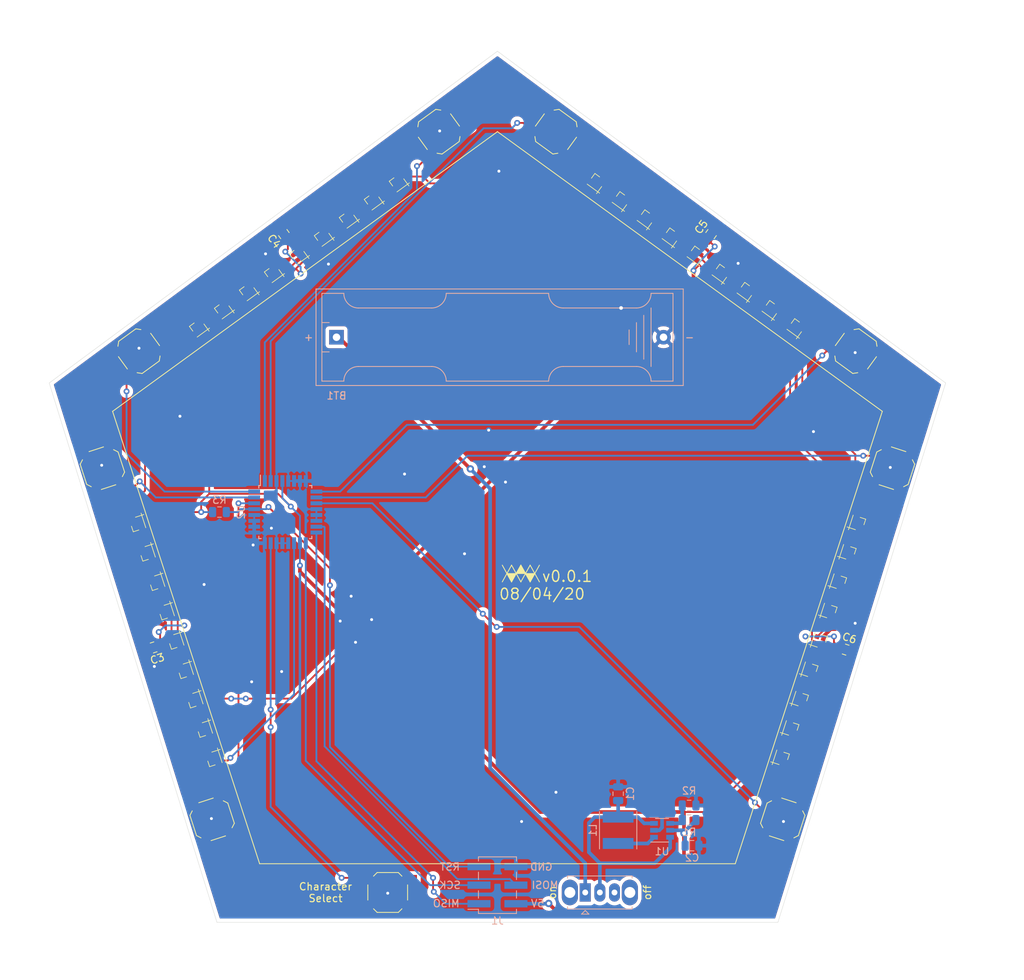
<source format=kicad_pcb>
(kicad_pcb (version 20171130) (host pcbnew "(5.1.6)-1")
  (layers (0 F.Cu signal) (31 B.Cu signal) (34 B.Paste user) (35 F.Paste user) (36 B.SilkS user) (37 F.SilkS user) (38 B.Mask user) (39 F.Mask user) (44 Edge.Cuts user))
  (net 0 "")
  (net 1 "Net-(BT1-Pad1)")
  (net 2 GND)
  (net 3 VBAT)
  (net 4 5V)
  (net 5 LEDS)
  (net 6 "Net-(D1-Pad1)")
  (net 7 "Net-(D2-Pad1)")
  (net 8 "Net-(D3-Pad1)")
  (net 9 "Net-(D4-Pad1)")
  (net 10 "Net-(D5-Pad1)")
  (net 11 "Net-(D6-Pad1)")
  (net 12 "Net-(D7-Pad1)")
  (net 13 "Net-(D8-Pad1)")
  (net 14 /StatTrack_Might/DIN)
  (net 15 "Net-(D10-Pad1)")
  (net 16 "Net-(D11-Pad1)")
  (net 17 "Net-(D12-Pad1)")
  (net 18 "Net-(D13-Pad1)")
  (net 19 "Net-(D14-Pad1)")
  (net 20 "Net-(D15-Pad1)")
  (net 21 "Net-(D16-Pad1)")
  (net 22 "Net-(D17-Pad1)")
  (net 23 /StatTrack_Sanity/DIN)
  (net 24 "Net-(D19-Pad1)")
  (net 25 "Net-(D20-Pad1)")
  (net 26 "Net-(D21-Pad1)")
  (net 27 "Net-(D22-Pad1)")
  (net 28 "Net-(D23-Pad1)")
  (net 29 "Net-(D24-Pad1)")
  (net 30 "Net-(D25-Pad1)")
  (net 31 "Net-(D26-Pad1)")
  (net 32 /StatTrack_Knowledge/DIN)
  (net 33 "Net-(D28-Pad1)")
  (net 34 "Net-(D29-Pad1)")
  (net 35 "Net-(D30-Pad1)")
  (net 36 "Net-(D31-Pad1)")
  (net 37 "Net-(D32-Pad1)")
  (net 38 "Net-(D33-Pad1)")
  (net 39 "Net-(D34-Pad1)")
  (net 40 "Net-(D35-Pad1)")
  (net 41 RST)
  (net 42 MOSI)
  (net 43 SCK)
  (net 44 MISO)
  (net 45 "Net-(L1-Pad2)")
  (net 46 "Net-(R1-Pad1)")
  (net 47 SPD_UP)
  (net 48 SPD_DN)
  (net 49 MI_UP)
  (net 50 MI_DN)
  (net 51 SN_UP)
  (net 52 SN_DN)
  (net 53 KN_UP)
  (net 54 KN_DN)
  (net 55 CHR)
  (module Symbol:Logo_WM (layer F.Cu) (at 103.2 100.4)
    (fp_text reference REF** hide)
    (fp_text value Logo_WM)
  )
  (module Battery:BatteryHolder_Keystone_2466_1xAAA (layer B.Cu) (at 78 68.1)
    (fp_text reference BT1 (at 0 8 180) (layer B.SilkS) (effects (justify mirror)))
    (fp_text value 1xAAA)
    (fp_text user + (at -3.81 0) (layer B.SilkS) (effects (justify mirror)))
    (fp_text user - (at 48.26 0) (layer B.SilkS) (effects (justify mirror)))
    (pad 2 thru_hole circle (at 44.7 0) (size 2 2) (drill 1.02) (layers *.Cu *.Mask) (net 2 GND))
    (pad 1 thru_hole rect (at 0 0) (size 2 2) (drill 1.02) (layers *.Cu *.Mask) (net 1 "Net-(BT1-Pad1)"))
  )
  (module Button_Switch_THT:SW_Slide_1P2T_CK_OS102011MS2Q (layer B.Cu) (at 112 144)
    (fp_text reference SW1 hide)
    (fp_text value SW_ON)
    (pad "" thru_hole oval (at 6.1 0) (size 2.2 3.5) (drill 1.5) (layers *.Cu *.Mask))
    (pad "" thru_hole oval (at -2.1 0) (size 2.2 3.5) (drill 1.5) (layers *.Cu *.Mask))
    (pad 3 thru_hole oval (at 4 0) (size 1.5 2.5) (drill 0.8) (layers *.Cu *.Mask))
    (pad 2 thru_hole oval (at 2 0) (size 1.5 2.5) (drill 0.8) (layers *.Cu *.Mask) (net 3 VBAT))
    (pad 1 thru_hole rect (at 0 0) (size 1.5 2.5) (drill 0.8) (layers *.Cu *.Mask) (net 1 "Net-(BT1-Pad1)"))
  )
  (module Package_QFP:TQFP-32_7x7mm_P0.8mm (layer B.Cu) (at 71 92 270)
    (fp_text reference U2 (at 0 6.05 90) (layer B.SilkS) (effects (justify mirror)))
    (fp_text value ATtiny88-AU)
    (pad 32 smd rect (at -2.8 4.25 180) (size 1.6 0.55) (layers B.Cu B.Paste B.Mask) (net 50 MI_DN))
    (pad 31 smd rect (at -2 4.25 180) (size 1.6 0.55) (layers B.Cu B.Paste B.Mask) (net 47 SPD_UP))
    (pad 30 smd rect (at -1.2 4.25 180) (size 1.6 0.55) (layers B.Cu B.Paste B.Mask) (net 48 SPD_DN))
    (pad 29 smd rect (at -0.4 4.25 180) (size 1.6 0.55) (layers B.Cu B.Paste B.Mask) (net 41 RST))
    (pad 28 smd rect (at 0.4 4.25 180) (size 1.6 0.55) (layers B.Cu B.Paste B.Mask) (net 2 GND))
    (pad 27 smd rect (at 1.2 4.25 180) (size 1.6 0.55) (layers B.Cu B.Paste B.Mask) (net 2 GND))
    (pad 26 smd rect (at 2 4.25 180) (size 1.6 0.55) (layers B.Cu B.Paste B.Mask) (net 2 GND))
    (pad 25 smd rect (at 2.8 4.25 180) (size 1.6 0.55) (layers B.Cu B.Paste B.Mask) (net 2 GND))
    (pad 24 smd rect (at 4.25 2.8 270) (size 1.6 0.55) (layers B.Cu B.Paste B.Mask) (net 2 GND))
    (pad 23 smd rect (at 4.25 2 270) (size 1.6 0.55) (layers B.Cu B.Paste B.Mask) (net 55 CHR))
    (pad 22 smd rect (at 4.25 1.2 270) (size 1.6 0.55) (layers B.Cu B.Paste B.Mask) (net 2 GND))
    (pad 21 smd rect (at 4.25 0.4 270) (size 1.6 0.55) (layers B.Cu B.Paste B.Mask) (net 2 GND))
    (pad 20 smd rect (at 4.25 -0.4 270) (size 1.6 0.55) (layers B.Cu B.Paste B.Mask) (net 2 GND))
    (pad 19 smd rect (at 4.25 -1.2 270) (size 1.6 0.55) (layers B.Cu B.Paste B.Mask) (net 5 LEDS))
    (pad 18 smd rect (at 4.25 -2 270) (size 1.6 0.55) (layers B.Cu B.Paste B.Mask) (net 4 5V))
    (pad 17 smd rect (at 4.25 -2.8 270) (size 1.6 0.55) (layers B.Cu B.Paste B.Mask) (net 43 SCK))
    (pad 16 smd rect (at 2.8 -4.25 180) (size 1.6 0.55) (layers B.Cu B.Paste B.Mask) (net 44 MISO))
    (pad 15 smd rect (at 2 -4.25 180) (size 1.6 0.55) (layers B.Cu B.Paste B.Mask) (net 42 MOSI))
    (pad 14 smd rect (at 1.2 -4.25 180) (size 1.6 0.55) (layers B.Cu B.Paste B.Mask) (net 2 GND))
    (pad 13 smd rect (at 0.4 -4.25 180) (size 1.6 0.55) (layers B.Cu B.Paste B.Mask) (net 2 GND))
    (pad 12 smd rect (at -0.4 -4.25 180) (size 1.6 0.55) (layers B.Cu B.Paste B.Mask) (net 2 GND))
    (pad 11 smd rect (at -1.2 -4.25 180) (size 1.6 0.55) (layers B.Cu B.Paste B.Mask) (net 54 KN_DN))
    (pad 10 smd rect (at -2 -4.25 180) (size 1.6 0.55) (layers B.Cu B.Paste B.Mask) (net 53 KN_UP))
    (pad 9 smd rect (at -2.8 -4.25 180) (size 1.6 0.55) (layers B.Cu B.Paste B.Mask) (net 52 SN_DN))
    (pad 8 smd rect (at -4.25 -2.8 270) (size 1.6 0.55) (layers B.Cu B.Paste B.Mask) (net 2 GND))
    (pad 7 smd rect (at -4.25 -2 270) (size 1.6 0.55) (layers B.Cu B.Paste B.Mask) (net 2 GND))
    (pad 6 smd rect (at -4.25 -1.2 270) (size 1.6 0.55) (layers B.Cu B.Paste B.Mask) (net 2 GND))
    (pad 5 smd rect (at -4.25 -0.4 270) (size 1.6 0.55) (layers B.Cu B.Paste B.Mask) (net 2 GND))
    (pad 4 smd rect (at -4.25 0.4 270) (size 1.6 0.55) (layers B.Cu B.Paste B.Mask) (net 4 5V))
    (pad 3 smd rect (at -4.25 1.2 270) (size 1.6 0.55) (layers B.Cu B.Paste B.Mask) (net 2 GND))
    (pad 2 smd rect (at -4.25 2 270) (size 1.6 0.55) (layers B.Cu B.Paste B.Mask) (net 51 SN_UP))
    (pad 1 smd rect (at -4.25 2.8 270) (size 1.6 0.55) (layers B.Cu B.Paste B.Mask) (net 49 MI_UP))
  )
  (module Package_TO_SOT_SMD:SOT-23-6 (layer B.Cu) (at 122.5 135.5)
    (fp_text reference U1 (at 0 2.9) (layer B.SilkS) (effects (justify mirror)))
    (fp_text value MCP1640CH)
    (pad 5 smd rect (at 1.1 0) (size 1.06 0.65) (layers B.Cu B.Paste B.Mask) (net 4 5V))
    (pad 6 smd rect (at 1.1 0.95) (size 1.06 0.65) (layers B.Cu B.Paste B.Mask) (net 3 VBAT))
    (pad 4 smd rect (at 1.1 -0.95) (size 1.06 0.65) (layers B.Cu B.Paste B.Mask) (net 46 "Net-(R1-Pad1)"))
    (pad 3 smd rect (at -1.1 -0.95) (size 1.06 0.65) (layers B.Cu B.Paste B.Mask) (net 3 VBAT))
    (pad 2 smd rect (at -1.1 0) (size 1.06 0.65) (layers B.Cu B.Paste B.Mask) (net 2 GND))
    (pad 1 smd rect (at -1.1 0.95) (size 1.06 0.65) (layers B.Cu B.Paste B.Mask) (net 45 "Net-(L1-Pad2)"))
  )
  (module Button_Switch_SMD:SW_SPST_SKQG_WithoutStem (layer F.Cu) (at 85 144 180)
    (fp_text reference SW10 hide)
    (fp_text value SW_Push)
    (pad 2 smd rect (at 3.1 1.85 180) (size 1.8 1.1) (layers F.Cu F.Paste F.Mask) (net 55 CHR))
    (pad 2 smd rect (at -3.1 1.85 180) (size 1.8 1.1) (layers F.Cu F.Paste F.Mask) (net 55 CHR))
    (pad 1 smd rect (at 3.1 -1.85 180) (size 1.8 1.1) (layers F.Cu F.Paste F.Mask) (net 2 GND))
    (pad 1 smd rect (at -3.1 -1.85 180) (size 1.8 1.1) (layers F.Cu F.Paste F.Mask) (net 2 GND))
  )
  (module Button_Switch_SMD:SW_SPST_SKQG_WithoutStem (layer F.Cu) (at 139 134 252)
    (fp_text reference SW9 hide)
    (fp_text value SW_Push)
    (pad 2 smd rect (at 3.1 1.85 252) (size 1.8 1.1) (layers F.Cu F.Paste F.Mask) (net 54 KN_DN))
    (pad 2 smd rect (at -3.1 1.85 252) (size 1.8 1.1) (layers F.Cu F.Paste F.Mask) (net 54 KN_DN))
    (pad 1 smd rect (at 3.1 -1.85 252) (size 1.8 1.1) (layers F.Cu F.Paste F.Mask) (net 2 GND))
    (pad 1 smd rect (at -3.1 -1.85 252) (size 1.8 1.1) (layers F.Cu F.Paste F.Mask) (net 2 GND))
  )
  (module Button_Switch_SMD:SW_SPST_SKQG_WithoutStem (layer F.Cu) (at 154 86 252)
    (fp_text reference SW8 hide)
    (fp_text value SW_Push)
    (pad 2 smd rect (at 3.1 1.85 252) (size 1.8 1.1) (layers F.Cu F.Paste F.Mask) (net 53 KN_UP))
    (pad 2 smd rect (at -3.1 1.85 252) (size 1.8 1.1) (layers F.Cu F.Paste F.Mask) (net 53 KN_UP))
    (pad 1 smd rect (at 3.1 -1.85 252) (size 1.8 1.1) (layers F.Cu F.Paste F.Mask) (net 2 GND))
    (pad 1 smd rect (at -3.1 -1.85 252) (size 1.8 1.1) (layers F.Cu F.Paste F.Mask) (net 2 GND))
  )
  (module Button_Switch_SMD:SW_SPST_SKQG_WithoutStem (layer F.Cu) (at 149 70 324)
    (fp_text reference SW7 hide)
    (fp_text value SW_Push)
    (pad 2 smd rect (at 3.1 1.85 324) (size 1.8 1.1) (layers F.Cu F.Paste F.Mask) (net 52 SN_DN))
    (pad 2 smd rect (at -3.1 1.85 324) (size 1.8 1.1) (layers F.Cu F.Paste F.Mask) (net 52 SN_DN))
    (pad 1 smd rect (at 3.1 -1.85 324) (size 1.8 1.1) (layers F.Cu F.Paste F.Mask) (net 2 GND))
    (pad 1 smd rect (at -3.1 -1.85 324) (size 1.8 1.1) (layers F.Cu F.Paste F.Mask) (net 2 GND))
  )
  (module Button_Switch_SMD:SW_SPST_SKQG_WithoutStem (layer F.Cu) (at 108 40 324)
    (fp_text reference SW6 hide)
    (fp_text value SW_Push)
    (pad 2 smd rect (at 3.1 1.85 324) (size 1.8 1.1) (layers F.Cu F.Paste F.Mask) (net 51 SN_UP))
    (pad 2 smd rect (at -3.1 1.85 324) (size 1.8 1.1) (layers F.Cu F.Paste F.Mask) (net 51 SN_UP))
    (pad 1 smd rect (at 3.1 -1.85 324) (size 1.8 1.1) (layers F.Cu F.Paste F.Mask) (net 2 GND))
    (pad 1 smd rect (at -3.1 -1.85 324) (size 1.8 1.1) (layers F.Cu F.Paste F.Mask) (net 2 GND))
  )
  (module Button_Switch_SMD:SW_SPST_SKQG_WithoutStem (layer F.Cu) (at 51 70 216)
    (fp_text reference SW5 hide)
    (fp_text value SW_Push)
    (pad 2 smd rect (at 3.1 1.85 216) (size 1.8 1.1) (layers F.Cu F.Paste F.Mask) (net 2 GND))
    (pad 2 smd rect (at -3.1 1.85 216) (size 1.8 1.1) (layers F.Cu F.Paste F.Mask) (net 2 GND))
    (pad 1 smd rect (at 3.1 -1.85 216) (size 1.8 1.1) (layers F.Cu F.Paste F.Mask) (net 50 MI_DN))
    (pad 1 smd rect (at -3.1 -1.85 216) (size 1.8 1.1) (layers F.Cu F.Paste F.Mask) (net 50 MI_DN))
  )
  (module Button_Switch_SMD:SW_SPST_SKQG_WithoutStem (layer F.Cu) (at 92 40 216)
    (fp_text reference SW4 hide)
    (fp_text value SW_Push)
    (pad 2 smd rect (at 3.1 1.85 216) (size 1.8 1.1) (layers F.Cu F.Paste F.Mask) (net 2 GND))
    (pad 2 smd rect (at -3.1 1.85 216) (size 1.8 1.1) (layers F.Cu F.Paste F.Mask) (net 2 GND))
    (pad 1 smd rect (at 3.1 -1.85 216) (size 1.8 1.1) (layers F.Cu F.Paste F.Mask) (net 49 MI_UP))
    (pad 1 smd rect (at -3.1 -1.85 216) (size 1.8 1.1) (layers F.Cu F.Paste F.Mask) (net 49 MI_UP))
  )
  (module Button_Switch_SMD:SW_SPST_SKQG_WithoutStem (layer F.Cu) (at 61 134 288)
    (fp_text reference SW3 hide)
    (fp_text value SW_Push)
    (pad 2 smd rect (at 3.1 1.85 288) (size 1.8 1.1) (layers F.Cu F.Paste F.Mask) (net 2 GND))
    (pad 2 smd rect (at -3.1 1.85 288) (size 1.8 1.1) (layers F.Cu F.Paste F.Mask) (net 2 GND))
    (pad 1 smd rect (at 3.1 -1.85 288) (size 1.8 1.1) (layers F.Cu F.Paste F.Mask) (net 48 SPD_DN))
    (pad 1 smd rect (at -3.1 -1.85 288) (size 1.8 1.1) (layers F.Cu F.Paste F.Mask) (net 48 SPD_DN))
  )
  (module Button_Switch_SMD:SW_SPST_SKQG_WithoutStem (layer F.Cu) (at 46 86 288)
    (fp_text reference SW2 hide)
    (fp_text value SW_Push)
    (pad 2 smd rect (at 3.1 1.85 288) (size 1.8 1.1) (layers F.Cu F.Paste F.Mask) (net 2 GND))
    (pad 2 smd rect (at -3.1 1.85 288) (size 1.8 1.1) (layers F.Cu F.Paste F.Mask) (net 2 GND))
    (pad 1 smd rect (at 3.1 -1.85 288) (size 1.8 1.1) (layers F.Cu F.Paste F.Mask) (net 47 SPD_UP))
    (pad 1 smd rect (at -3.1 -1.85 288) (size 1.8 1.1) (layers F.Cu F.Paste F.Mask) (net 47 SPD_UP))
  )
  (module Resistor_SMD:R_0805_2012Metric (layer B.Cu) (at 62 92 180)
    (fp_text reference R3 (at 0 1.65) (layer B.SilkS) (effects (justify mirror)))
    (fp_text value 10kR)
    (pad 2 smd roundrect (at 0.9375 0 180) (size 0.975 1.4) (layers B.Cu B.Paste B.Mask) (net 4 5V))
    (pad 1 smd roundrect (at -0.9375 0 180) (size 0.975 1.4) (layers B.Cu B.Paste B.Mask) (net 41 RST))
  )
  (module Resistor_SMD:R_0805_2012Metric (layer B.Cu) (at 126.2 132.1)
    (fp_text reference R2 (at 0 -2 180) (layer B.SilkS) (effects (justify mirror)))
    (fp_text value 309kR)
    (pad 2 smd roundrect (at 0.9375 0) (size 0.975 1.4) (layers B.Cu B.Paste B.Mask) (net 2 GND))
    (pad 1 smd roundrect (at -0.9375 0) (size 0.975 1.4) (layers B.Cu B.Paste B.Mask) (net 46 "Net-(R1-Pad1)"))
  )
  (module Resistor_SMD:R_0805_2012Metric (layer B.Cu) (at 126.2 134.1)
    (fp_text reference R1 (at 0 1.65) (layer B.SilkS) (effects (justify mirror)))
    (fp_text value 976kR)
    (pad 2 smd roundrect (at 0.9375 0) (size 0.975 1.4) (layers B.Cu B.Paste B.Mask) (net 4 5V))
    (pad 1 smd roundrect (at -0.9375 0) (size 0.975 1.4) (layers B.Cu B.Paste B.Mask) (net 46 "Net-(R1-Pad1)"))
  )
  (module Inductor_SMD:L_Taiyo-Yuden_NR-50xx (layer B.Cu) (at 116.5 135.5 270)
    (fp_text reference L1 (at 0 3.45 90) (layer B.SilkS) (effects (justify mirror)))
    (fp_text value 10uH)
    (pad 2 smd rect (at 1.8 0 270) (size 1.5 4.2) (layers B.Cu B.Paste B.Mask) (net 45 "Net-(L1-Pad2)"))
    (pad 1 smd rect (at -1.8 0 270) (size 1.5 4.2) (layers B.Cu B.Paste B.Mask) (net 3 VBAT))
  )
  (module Connector_PinHeader_2.54mm:PinHeader_2x03_P2.54mm_Vertical_SMD (layer B.Cu) (at 100 143)
    (fp_text reference J1 (at 0 4.87 180) (layer B.SilkS) (effects (justify mirror)))
    (fp_text value AVR-ISP-6)
    (pad 6 smd rect (at 2.525 -2.54) (size 3.15 1) (layers B.Cu B.Paste B.Mask) (net 2 GND))
    (pad 5 smd rect (at -2.525 -2.54) (size 3.15 1) (layers B.Cu B.Paste B.Mask) (net 41 RST))
    (pad 4 smd rect (at 2.525 0) (size 3.15 1) (layers B.Cu B.Paste B.Mask) (net 42 MOSI))
    (pad 3 smd rect (at -2.525 0) (size 3.15 1) (layers B.Cu B.Paste B.Mask) (net 43 SCK))
    (pad 2 smd rect (at 2.525 2.54) (size 3.15 1) (layers B.Cu B.Paste B.Mask) (net 4 5V))
    (pad 1 smd rect (at -2.525 2.54) (size 3.15 1) (layers B.Cu B.Paste B.Mask) (net 44 MISO))
  )
  (module LED_SMD:LED_SK6805_PLCC4_1.5x1.5mm_P0.65mm (layer F.Cu) (at 138.777415 125.658192 72)
    (fp_text reference D36 hide)
    (fp_text value SK6805_1515-LED)
    (pad 2 smd rect (at 0.45 0.45 252) (size 0.6 0.6) (layers F.Cu F.Paste F.Mask) (net 2 GND))
    (pad 3 smd rect (at 0.45 -0.45 252) (size 0.6 0.6) (layers F.Cu F.Paste F.Mask) (net 40 "Net-(D35-Pad1)"))
    (pad 1 smd rect (at -0.45 0.45 252) (size 0.6 0.6) (layers F.Cu F.Paste F.Mask))
    (pad 4 smd rect (at -0.45 -0.45 252) (size 0.6 0.6) (layers F.Cu F.Paste F.Mask) (net 4 5V))
  )
  (module LED_SMD:LED_SK6805_PLCC4_1.5x1.5mm_P0.65mm (layer F.Cu) (at 140.081488 121.644668 72)
    (fp_text reference D35 hide)
    (fp_text value SK6805_1515-LED)
    (pad 2 smd rect (at 0.45 0.45 252) (size 0.6 0.6) (layers F.Cu F.Paste F.Mask) (net 2 GND))
    (pad 3 smd rect (at 0.45 -0.45 252) (size 0.6 0.6) (layers F.Cu F.Paste F.Mask) (net 39 "Net-(D34-Pad1)"))
    (pad 1 smd rect (at -0.45 0.45 252) (size 0.6 0.6) (layers F.Cu F.Paste F.Mask) (net 40 "Net-(D35-Pad1)"))
    (pad 4 smd rect (at -0.45 -0.45 252) (size 0.6 0.6) (layers F.Cu F.Paste F.Mask) (net 4 5V))
  )
  (module LED_SMD:LED_SK6805_PLCC4_1.5x1.5mm_P0.65mm (layer F.Cu) (at 141.385561 117.631144 72)
    (fp_text reference D34 hide)
    (fp_text value SK6805_1515-LED)
    (pad 2 smd rect (at 0.45 0.45 252) (size 0.6 0.6) (layers F.Cu F.Paste F.Mask) (net 2 GND))
    (pad 3 smd rect (at 0.45 -0.45 252) (size 0.6 0.6) (layers F.Cu F.Paste F.Mask) (net 38 "Net-(D33-Pad1)"))
    (pad 1 smd rect (at -0.45 0.45 252) (size 0.6 0.6) (layers F.Cu F.Paste F.Mask) (net 39 "Net-(D34-Pad1)"))
    (pad 4 smd rect (at -0.45 -0.45 252) (size 0.6 0.6) (layers F.Cu F.Paste F.Mask) (net 4 5V))
  )
  (module LED_SMD:LED_SK6805_PLCC4_1.5x1.5mm_P0.65mm (layer F.Cu) (at 142.689634 113.61762 72)
    (fp_text reference D33 hide)
    (fp_text value SK6805_1515-LED)
    (pad 2 smd rect (at 0.45 0.45 252) (size 0.6 0.6) (layers F.Cu F.Paste F.Mask) (net 2 GND))
    (pad 3 smd rect (at 0.45 -0.45 252) (size 0.6 0.6) (layers F.Cu F.Paste F.Mask) (net 37 "Net-(D32-Pad1)"))
    (pad 1 smd rect (at -0.45 0.45 252) (size 0.6 0.6) (layers F.Cu F.Paste F.Mask) (net 38 "Net-(D33-Pad1)"))
    (pad 4 smd rect (at -0.45 -0.45 252) (size 0.6 0.6) (layers F.Cu F.Paste F.Mask) (net 4 5V))
  )
  (module LED_SMD:LED_SK6805_PLCC4_1.5x1.5mm_P0.65mm (layer F.Cu) (at 143.993707 109.604096 72)
    (fp_text reference D32 hide)
    (fp_text value SK6805_1515-LED)
    (pad 2 smd rect (at 0.45 0.45 252) (size 0.6 0.6) (layers F.Cu F.Paste F.Mask) (net 2 GND))
    (pad 3 smd rect (at 0.45 -0.45 252) (size 0.6 0.6) (layers F.Cu F.Paste F.Mask) (net 36 "Net-(D31-Pad1)"))
    (pad 1 smd rect (at -0.45 0.45 252) (size 0.6 0.6) (layers F.Cu F.Paste F.Mask) (net 37 "Net-(D32-Pad1)"))
    (pad 4 smd rect (at -0.45 -0.45 252) (size 0.6 0.6) (layers F.Cu F.Paste F.Mask) (net 4 5V))
  )
  (module LED_SMD:LED_SK6805_PLCC4_1.5x1.5mm_P0.65mm (layer F.Cu) (at 145.29778 105.590572 72)
    (fp_text reference D31 hide)
    (fp_text value SK6805_1515-LED)
    (pad 2 smd rect (at 0.45 0.45 252) (size 0.6 0.6) (layers F.Cu F.Paste F.Mask) (net 2 GND))
    (pad 3 smd rect (at 0.45 -0.45 252) (size 0.6 0.6) (layers F.Cu F.Paste F.Mask) (net 35 "Net-(D30-Pad1)"))
    (pad 1 smd rect (at -0.45 0.45 252) (size 0.6 0.6) (layers F.Cu F.Paste F.Mask) (net 36 "Net-(D31-Pad1)"))
    (pad 4 smd rect (at -0.45 -0.45 252) (size 0.6 0.6) (layers F.Cu F.Paste F.Mask) (net 4 5V))
  )
  (module LED_SMD:LED_SK6805_PLCC4_1.5x1.5mm_P0.65mm (layer F.Cu) (at 146.601853 101.577048 72)
    (fp_text reference D30 hide)
    (fp_text value SK6805_1515-LED)
    (pad 2 smd rect (at 0.45 0.45 252) (size 0.6 0.6) (layers F.Cu F.Paste F.Mask) (net 2 GND))
    (pad 3 smd rect (at 0.45 -0.45 252) (size 0.6 0.6) (layers F.Cu F.Paste F.Mask) (net 34 "Net-(D29-Pad1)"))
    (pad 1 smd rect (at -0.45 0.45 252) (size 0.6 0.6) (layers F.Cu F.Paste F.Mask) (net 35 "Net-(D30-Pad1)"))
    (pad 4 smd rect (at -0.45 -0.45 252) (size 0.6 0.6) (layers F.Cu F.Paste F.Mask) (net 4 5V))
  )
  (module LED_SMD:LED_SK6805_PLCC4_1.5x1.5mm_P0.65mm (layer F.Cu) (at 147.905926 97.563524 72)
    (fp_text reference D29 hide)
    (fp_text value SK6805_1515-LED)
    (pad 2 smd rect (at 0.45 0.45 252) (size 0.6 0.6) (layers F.Cu F.Paste F.Mask) (net 2 GND))
    (pad 3 smd rect (at 0.45 -0.45 252) (size 0.6 0.6) (layers F.Cu F.Paste F.Mask) (net 33 "Net-(D28-Pad1)"))
    (pad 1 smd rect (at -0.45 0.45 252) (size 0.6 0.6) (layers F.Cu F.Paste F.Mask) (net 34 "Net-(D29-Pad1)"))
    (pad 4 smd rect (at -0.45 -0.45 252) (size 0.6 0.6) (layers F.Cu F.Paste F.Mask) (net 4 5V))
  )
  (module LED_SMD:LED_SK6805_PLCC4_1.5x1.5mm_P0.65mm (layer F.Cu) (at 149.21 93.55 72)
    (fp_text reference D28 hide)
    (fp_text value SK6805_1515-LED)
    (pad 2 smd rect (at 0.45 0.45 252) (size 0.6 0.6) (layers F.Cu F.Paste F.Mask) (net 2 GND))
    (pad 3 smd rect (at 0.45 -0.45 252) (size 0.6 0.6) (layers F.Cu F.Paste F.Mask) (net 32 /StatTrack_Knowledge/DIN))
    (pad 1 smd rect (at -0.45 0.45 252) (size 0.6 0.6) (layers F.Cu F.Paste F.Mask) (net 33 "Net-(D28-Pad1)"))
    (pad 4 smd rect (at -0.45 -0.45 252) (size 0.6 0.6) (layers F.Cu F.Paste F.Mask) (net 4 5V))
  )
  (module LED_SMD:LED_SK6805_PLCC4_1.5x1.5mm_P0.65mm (layer F.Cu) (at 140.83286 66.813954 144)
    (fp_text reference D27 hide)
    (fp_text value SK6805_1515-LED)
    (pad 2 smd rect (at 0.45 0.45 324) (size 0.6 0.6) (layers F.Cu F.Paste F.Mask) (net 2 GND))
    (pad 3 smd rect (at 0.45 -0.45 324) (size 0.6 0.6) (layers F.Cu F.Paste F.Mask) (net 31 "Net-(D26-Pad1)"))
    (pad 1 smd rect (at -0.45 0.45 324) (size 0.6 0.6) (layers F.Cu F.Paste F.Mask) (net 32 /StatTrack_Knowledge/DIN))
    (pad 4 smd rect (at -0.45 -0.45 324) (size 0.6 0.6) (layers F.Cu F.Paste F.Mask) (net 4 5V))
  )
  (module LED_SMD:LED_SK6805_PLCC4_1.5x1.5mm_P0.65mm (layer F.Cu) (at 137.418752 64.33346 144)
    (fp_text reference D26 hide)
    (fp_text value SK6805_1515-LED)
    (pad 2 smd rect (at 0.45 0.45 324) (size 0.6 0.6) (layers F.Cu F.Paste F.Mask) (net 2 GND))
    (pad 3 smd rect (at 0.45 -0.45 324) (size 0.6 0.6) (layers F.Cu F.Paste F.Mask) (net 30 "Net-(D25-Pad1)"))
    (pad 1 smd rect (at -0.45 0.45 324) (size 0.6 0.6) (layers F.Cu F.Paste F.Mask) (net 31 "Net-(D26-Pad1)"))
    (pad 4 smd rect (at -0.45 -0.45 324) (size 0.6 0.6) (layers F.Cu F.Paste F.Mask) (net 4 5V))
  )
  (module LED_SMD:LED_SK6805_PLCC4_1.5x1.5mm_P0.65mm (layer F.Cu) (at 134.004645 61.852965 144)
    (fp_text reference D25 hide)
    (fp_text value SK6805_1515-LED)
    (pad 2 smd rect (at 0.45 0.45 324) (size 0.6 0.6) (layers F.Cu F.Paste F.Mask) (net 2 GND))
    (pad 3 smd rect (at 0.45 -0.45 324) (size 0.6 0.6) (layers F.Cu F.Paste F.Mask) (net 29 "Net-(D24-Pad1)"))
    (pad 1 smd rect (at -0.45 0.45 324) (size 0.6 0.6) (layers F.Cu F.Paste F.Mask) (net 30 "Net-(D25-Pad1)"))
    (pad 4 smd rect (at -0.45 -0.45 324) (size 0.6 0.6) (layers F.Cu F.Paste F.Mask) (net 4 5V))
  )
  (module LED_SMD:LED_SK6805_PLCC4_1.5x1.5mm_P0.65mm (layer F.Cu) (at 130.590537 59.372471 144)
    (fp_text reference D24 hide)
    (fp_text value SK6805_1515-LED)
    (pad 2 smd rect (at 0.45 0.45 324) (size 0.6 0.6) (layers F.Cu F.Paste F.Mask) (net 2 GND))
    (pad 3 smd rect (at 0.45 -0.45 324) (size 0.6 0.6) (layers F.Cu F.Paste F.Mask) (net 28 "Net-(D23-Pad1)"))
    (pad 1 smd rect (at -0.45 0.45 324) (size 0.6 0.6) (layers F.Cu F.Paste F.Mask) (net 29 "Net-(D24-Pad1)"))
    (pad 4 smd rect (at -0.45 -0.45 324) (size 0.6 0.6) (layers F.Cu F.Paste F.Mask) (net 4 5V))
  )
  (module LED_SMD:LED_SK6805_PLCC4_1.5x1.5mm_P0.65mm (layer F.Cu) (at 127.17643 56.891977 144)
    (fp_text reference D23 hide)
    (fp_text value SK6805_1515-LED)
    (pad 2 smd rect (at 0.45 0.45 324) (size 0.6 0.6) (layers F.Cu F.Paste F.Mask) (net 2 GND))
    (pad 3 smd rect (at 0.45 -0.45 324) (size 0.6 0.6) (layers F.Cu F.Paste F.Mask) (net 27 "Net-(D22-Pad1)"))
    (pad 1 smd rect (at -0.45 0.45 324) (size 0.6 0.6) (layers F.Cu F.Paste F.Mask) (net 28 "Net-(D23-Pad1)"))
    (pad 4 smd rect (at -0.45 -0.45 324) (size 0.6 0.6) (layers F.Cu F.Paste F.Mask) (net 4 5V))
  )
  (module LED_SMD:LED_SK6805_PLCC4_1.5x1.5mm_P0.65mm (layer F.Cu) (at 123.762322 54.411482 144)
    (fp_text reference D22 hide)
    (fp_text value SK6805_1515-LED)
    (pad 2 smd rect (at 0.45 0.45 324) (size 0.6 0.6) (layers F.Cu F.Paste F.Mask) (net 2 GND))
    (pad 3 smd rect (at 0.45 -0.45 324) (size 0.6 0.6) (layers F.Cu F.Paste F.Mask) (net 26 "Net-(D21-Pad1)"))
    (pad 1 smd rect (at -0.45 0.45 324) (size 0.6 0.6) (layers F.Cu F.Paste F.Mask) (net 27 "Net-(D22-Pad1)"))
    (pad 4 smd rect (at -0.45 -0.45 324) (size 0.6 0.6) (layers F.Cu F.Paste F.Mask) (net 4 5V))
  )
  (module LED_SMD:LED_SK6805_PLCC4_1.5x1.5mm_P0.65mm (layer F.Cu) (at 120.348215 51.930988 144)
    (fp_text reference D21 hide)
    (fp_text value SK6805_1515-LED)
    (pad 2 smd rect (at 0.45 0.45 324) (size 0.6 0.6) (layers F.Cu F.Paste F.Mask) (net 2 GND))
    (pad 3 smd rect (at 0.45 -0.45 324) (size 0.6 0.6) (layers F.Cu F.Paste F.Mask) (net 25 "Net-(D20-Pad1)"))
    (pad 1 smd rect (at -0.45 0.45 324) (size 0.6 0.6) (layers F.Cu F.Paste F.Mask) (net 26 "Net-(D21-Pad1)"))
    (pad 4 smd rect (at -0.45 -0.45 324) (size 0.6 0.6) (layers F.Cu F.Paste F.Mask) (net 4 5V))
  )
  (module LED_SMD:LED_SK6805_PLCC4_1.5x1.5mm_P0.65mm (layer F.Cu) (at 116.934107 49.450494 144)
    (fp_text reference D20 hide)
    (fp_text value SK6805_1515-LED)
    (pad 2 smd rect (at 0.45 0.45 324) (size 0.6 0.6) (layers F.Cu F.Paste F.Mask) (net 2 GND))
    (pad 3 smd rect (at 0.45 -0.45 324) (size 0.6 0.6) (layers F.Cu F.Paste F.Mask) (net 24 "Net-(D19-Pad1)"))
    (pad 1 smd rect (at -0.45 0.45 324) (size 0.6 0.6) (layers F.Cu F.Paste F.Mask) (net 25 "Net-(D20-Pad1)"))
    (pad 4 smd rect (at -0.45 -0.45 324) (size 0.6 0.6) (layers F.Cu F.Paste F.Mask) (net 4 5V))
  )
  (module LED_SMD:LED_SK6805_PLCC4_1.5x1.5mm_P0.65mm (layer F.Cu) (at 113.52 46.97 144)
    (fp_text reference D19 hide)
    (fp_text value SK6805_1515-LED)
    (pad 2 smd rect (at 0.45 0.45 324) (size 0.6 0.6) (layers F.Cu F.Paste F.Mask) (net 2 GND))
    (pad 3 smd rect (at 0.45 -0.45 324) (size 0.6 0.6) (layers F.Cu F.Paste F.Mask) (net 23 /StatTrack_Sanity/DIN))
    (pad 1 smd rect (at -0.45 0.45 324) (size 0.6 0.6) (layers F.Cu F.Paste F.Mask) (net 24 "Net-(D19-Pad1)"))
    (pad 4 smd rect (at -0.45 -0.45 324) (size 0.6 0.6) (layers F.Cu F.Paste F.Mask) (net 4 5V))
  )
  (module LED_SMD:LED_SK6805_PLCC4_1.5x1.5mm_P0.65mm (layer F.Cu) (at 86.46286 46.976045 216)
    (fp_text reference D18 hide)
    (fp_text value SK6805_1515-LED)
    (pad 2 smd rect (at 0.45 0.45 36) (size 0.6 0.6) (layers F.Cu F.Paste F.Mask) (net 2 GND))
    (pad 3 smd rect (at 0.45 -0.45 36) (size 0.6 0.6) (layers F.Cu F.Paste F.Mask) (net 22 "Net-(D17-Pad1)"))
    (pad 1 smd rect (at -0.45 0.45 36) (size 0.6 0.6) (layers F.Cu F.Paste F.Mask) (net 23 /StatTrack_Sanity/DIN))
    (pad 4 smd rect (at -0.45 -0.45 36) (size 0.6 0.6) (layers F.Cu F.Paste F.Mask) (net 4 5V))
  )
  (module LED_SMD:LED_SK6805_PLCC4_1.5x1.5mm_P0.65mm (layer F.Cu) (at 83.048752 49.456539 216)
    (fp_text reference D17 hide)
    (fp_text value SK6805_1515-LED)
    (pad 2 smd rect (at 0.45 0.45 36) (size 0.6 0.6) (layers F.Cu F.Paste F.Mask) (net 2 GND))
    (pad 3 smd rect (at 0.45 -0.45 36) (size 0.6 0.6) (layers F.Cu F.Paste F.Mask) (net 21 "Net-(D16-Pad1)"))
    (pad 1 smd rect (at -0.45 0.45 36) (size 0.6 0.6) (layers F.Cu F.Paste F.Mask) (net 22 "Net-(D17-Pad1)"))
    (pad 4 smd rect (at -0.45 -0.45 36) (size 0.6 0.6) (layers F.Cu F.Paste F.Mask) (net 4 5V))
  )
  (module LED_SMD:LED_SK6805_PLCC4_1.5x1.5mm_P0.65mm (layer F.Cu) (at 79.634645 51.937034 216)
    (fp_text reference D16 hide)
    (fp_text value SK6805_1515-LED)
    (pad 2 smd rect (at 0.45 0.45 36) (size 0.6 0.6) (layers F.Cu F.Paste F.Mask) (net 2 GND))
    (pad 3 smd rect (at 0.45 -0.45 36) (size 0.6 0.6) (layers F.Cu F.Paste F.Mask) (net 20 "Net-(D15-Pad1)"))
    (pad 1 smd rect (at -0.45 0.45 36) (size 0.6 0.6) (layers F.Cu F.Paste F.Mask) (net 21 "Net-(D16-Pad1)"))
    (pad 4 smd rect (at -0.45 -0.45 36) (size 0.6 0.6) (layers F.Cu F.Paste F.Mask) (net 4 5V))
  )
  (module LED_SMD:LED_SK6805_PLCC4_1.5x1.5mm_P0.65mm (layer F.Cu) (at 76.220537 54.417528 216)
    (fp_text reference D15 hide)
    (fp_text value SK6805_1515-LED)
    (pad 2 smd rect (at 0.45 0.45 36) (size 0.6 0.6) (layers F.Cu F.Paste F.Mask) (net 2 GND))
    (pad 3 smd rect (at 0.45 -0.45 36) (size 0.6 0.6) (layers F.Cu F.Paste F.Mask) (net 19 "Net-(D14-Pad1)"))
    (pad 1 smd rect (at -0.45 0.45 36) (size 0.6 0.6) (layers F.Cu F.Paste F.Mask) (net 20 "Net-(D15-Pad1)"))
    (pad 4 smd rect (at -0.45 -0.45 36) (size 0.6 0.6) (layers F.Cu F.Paste F.Mask) (net 4 5V))
  )
  (module LED_SMD:LED_SK6805_PLCC4_1.5x1.5mm_P0.65mm (layer F.Cu) (at 72.80643 56.898022 216)
    (fp_text reference D14 hide)
    (fp_text value SK6805_1515-LED)
    (pad 2 smd rect (at 0.45 0.45 36) (size 0.6 0.6) (layers F.Cu F.Paste F.Mask) (net 2 GND))
    (pad 3 smd rect (at 0.45 -0.45 36) (size 0.6 0.6) (layers F.Cu F.Paste F.Mask) (net 18 "Net-(D13-Pad1)"))
    (pad 1 smd rect (at -0.45 0.45 36) (size 0.6 0.6) (layers F.Cu F.Paste F.Mask) (net 19 "Net-(D14-Pad1)"))
    (pad 4 smd rect (at -0.45 -0.45 36) (size 0.6 0.6) (layers F.Cu F.Paste F.Mask) (net 4 5V))
  )
  (module LED_SMD:LED_SK6805_PLCC4_1.5x1.5mm_P0.65mm (layer F.Cu) (at 69.392322 59.378517 216)
    (fp_text reference D13 hide)
    (fp_text value SK6805_1515-LED)
    (pad 2 smd rect (at 0.45 0.45 36) (size 0.6 0.6) (layers F.Cu F.Paste F.Mask) (net 2 GND))
    (pad 3 smd rect (at 0.45 -0.45 36) (size 0.6 0.6) (layers F.Cu F.Paste F.Mask) (net 17 "Net-(D12-Pad1)"))
    (pad 1 smd rect (at -0.45 0.45 36) (size 0.6 0.6) (layers F.Cu F.Paste F.Mask) (net 18 "Net-(D13-Pad1)"))
    (pad 4 smd rect (at -0.45 -0.45 36) (size 0.6 0.6) (layers F.Cu F.Paste F.Mask) (net 4 5V))
  )
  (module LED_SMD:LED_SK6805_PLCC4_1.5x1.5mm_P0.65mm (layer F.Cu) (at 65.978215 61.859011 216)
    (fp_text reference D12 hide)
    (fp_text value SK6805_1515-LED)
    (pad 2 smd rect (at 0.45 0.45 36) (size 0.6 0.6) (layers F.Cu F.Paste F.Mask) (net 2 GND))
    (pad 3 smd rect (at 0.45 -0.45 36) (size 0.6 0.6) (layers F.Cu F.Paste F.Mask) (net 16 "Net-(D11-Pad1)"))
    (pad 1 smd rect (at -0.45 0.45 36) (size 0.6 0.6) (layers F.Cu F.Paste F.Mask) (net 17 "Net-(D12-Pad1)"))
    (pad 4 smd rect (at -0.45 -0.45 36) (size 0.6 0.6) (layers F.Cu F.Paste F.Mask) (net 4 5V))
  )
  (module LED_SMD:LED_SK6805_PLCC4_1.5x1.5mm_P0.65mm (layer F.Cu) (at 62.564107 64.339505 216)
    (fp_text reference D11 hide)
    (fp_text value SK6805_1515-LED)
    (pad 2 smd rect (at 0.45 0.45 36) (size 0.6 0.6) (layers F.Cu F.Paste F.Mask) (net 2 GND))
    (pad 3 smd rect (at 0.45 -0.45 36) (size 0.6 0.6) (layers F.Cu F.Paste F.Mask) (net 15 "Net-(D10-Pad1)"))
    (pad 1 smd rect (at -0.45 0.45 36) (size 0.6 0.6) (layers F.Cu F.Paste F.Mask) (net 16 "Net-(D11-Pad1)"))
    (pad 4 smd rect (at -0.45 -0.45 36) (size 0.6 0.6) (layers F.Cu F.Paste F.Mask) (net 4 5V))
  )
  (module LED_SMD:LED_SK6805_PLCC4_1.5x1.5mm_P0.65mm (layer F.Cu) (at 59.15 66.82 216)
    (fp_text reference D10 hide)
    (fp_text value SK6805_1515-LED)
    (pad 2 smd rect (at 0.45 0.45 36) (size 0.6 0.6) (layers F.Cu F.Paste F.Mask) (net 2 GND))
    (pad 3 smd rect (at 0.45 -0.45 36) (size 0.6 0.6) (layers F.Cu F.Paste F.Mask) (net 14 /StatTrack_Might/DIN))
    (pad 1 smd rect (at -0.45 0.45 36) (size 0.6 0.6) (layers F.Cu F.Paste F.Mask) (net 15 "Net-(D10-Pad1)"))
    (pad 4 smd rect (at -0.45 -0.45 36) (size 0.6 0.6) (layers F.Cu F.Paste F.Mask) (net 4 5V))
  )
  (module LED_SMD:LED_SK6805_PLCC4_1.5x1.5mm_P0.65mm (layer F.Cu) (at 50.797415 93.561807 288)
    (fp_text reference D9 hide)
    (fp_text value SK6805_1515-LED)
    (pad 2 smd rect (at 0.45 0.45 108) (size 0.6 0.6) (layers F.Cu F.Paste F.Mask) (net 2 GND))
    (pad 3 smd rect (at 0.45 -0.45 108) (size 0.6 0.6) (layers F.Cu F.Paste F.Mask) (net 13 "Net-(D8-Pad1)"))
    (pad 1 smd rect (at -0.45 0.45 108) (size 0.6 0.6) (layers F.Cu F.Paste F.Mask) (net 14 /StatTrack_Might/DIN))
    (pad 4 smd rect (at -0.45 -0.45 108) (size 0.6 0.6) (layers F.Cu F.Paste F.Mask) (net 4 5V))
  )
  (module LED_SMD:LED_SK6805_PLCC4_1.5x1.5mm_P0.65mm (layer F.Cu) (at 52.101488 97.575331 288)
    (fp_text reference D8 hide)
    (fp_text value SK6805_1515-LED)
    (pad 2 smd rect (at 0.45 0.45 108) (size 0.6 0.6) (layers F.Cu F.Paste F.Mask) (net 2 GND))
    (pad 3 smd rect (at 0.45 -0.45 108) (size 0.6 0.6) (layers F.Cu F.Paste F.Mask) (net 12 "Net-(D7-Pad1)"))
    (pad 1 smd rect (at -0.45 0.45 108) (size 0.6 0.6) (layers F.Cu F.Paste F.Mask) (net 13 "Net-(D8-Pad1)"))
    (pad 4 smd rect (at -0.45 -0.45 108) (size 0.6 0.6) (layers F.Cu F.Paste F.Mask) (net 4 5V))
  )
  (module LED_SMD:LED_SK6805_PLCC4_1.5x1.5mm_P0.65mm (layer F.Cu) (at 53.405561 101.588855 288)
    (fp_text reference D7 hide)
    (fp_text value SK6805_1515-LED)
    (pad 2 smd rect (at 0.45 0.45 108) (size 0.6 0.6) (layers F.Cu F.Paste F.Mask) (net 2 GND))
    (pad 3 smd rect (at 0.45 -0.45 108) (size 0.6 0.6) (layers F.Cu F.Paste F.Mask) (net 11 "Net-(D6-Pad1)"))
    (pad 1 smd rect (at -0.45 0.45 108) (size 0.6 0.6) (layers F.Cu F.Paste F.Mask) (net 12 "Net-(D7-Pad1)"))
    (pad 4 smd rect (at -0.45 -0.45 108) (size 0.6 0.6) (layers F.Cu F.Paste F.Mask) (net 4 5V))
  )
  (module LED_SMD:LED_SK6805_PLCC4_1.5x1.5mm_P0.65mm (layer F.Cu) (at 54.709634 105.602379 288)
    (fp_text reference D6 hide)
    (fp_text value SK6805_1515-LED)
    (pad 2 smd rect (at 0.45 0.45 108) (size 0.6 0.6) (layers F.Cu F.Paste F.Mask) (net 2 GND))
    (pad 3 smd rect (at 0.45 -0.45 108) (size 0.6 0.6) (layers F.Cu F.Paste F.Mask) (net 10 "Net-(D5-Pad1)"))
    (pad 1 smd rect (at -0.45 0.45 108) (size 0.6 0.6) (layers F.Cu F.Paste F.Mask) (net 11 "Net-(D6-Pad1)"))
    (pad 4 smd rect (at -0.45 -0.45 108) (size 0.6 0.6) (layers F.Cu F.Paste F.Mask) (net 4 5V))
  )
  (module LED_SMD:LED_SK6805_PLCC4_1.5x1.5mm_P0.65mm (layer F.Cu) (at 56.013707 109.615903 288)
    (fp_text reference D5 hide)
    (fp_text value SK6805_1515-LED)
    (pad 2 smd rect (at 0.45 0.45 108) (size 0.6 0.6) (layers F.Cu F.Paste F.Mask) (net 2 GND))
    (pad 3 smd rect (at 0.45 -0.45 108) (size 0.6 0.6) (layers F.Cu F.Paste F.Mask) (net 9 "Net-(D4-Pad1)"))
    (pad 1 smd rect (at -0.45 0.45 108) (size 0.6 0.6) (layers F.Cu F.Paste F.Mask) (net 10 "Net-(D5-Pad1)"))
    (pad 4 smd rect (at -0.45 -0.45 108) (size 0.6 0.6) (layers F.Cu F.Paste F.Mask) (net 4 5V))
  )
  (module LED_SMD:LED_SK6805_PLCC4_1.5x1.5mm_P0.65mm (layer F.Cu) (at 57.31778 113.629427 288)
    (fp_text reference D4 hide)
    (fp_text value SK6805_1515-LED)
    (pad 2 smd rect (at 0.45 0.45 108) (size 0.6 0.6) (layers F.Cu F.Paste F.Mask) (net 2 GND))
    (pad 3 smd rect (at 0.45 -0.45 108) (size 0.6 0.6) (layers F.Cu F.Paste F.Mask) (net 8 "Net-(D3-Pad1)"))
    (pad 1 smd rect (at -0.45 0.45 108) (size 0.6 0.6) (layers F.Cu F.Paste F.Mask) (net 9 "Net-(D4-Pad1)"))
    (pad 4 smd rect (at -0.45 -0.45 108) (size 0.6 0.6) (layers F.Cu F.Paste F.Mask) (net 4 5V))
  )
  (module LED_SMD:LED_SK6805_PLCC4_1.5x1.5mm_P0.65mm (layer F.Cu) (at 58.621853 117.642951 288)
    (fp_text reference D3 hide)
    (fp_text value SK6805_1515-LED)
    (pad 2 smd rect (at 0.45 0.45 108) (size 0.6 0.6) (layers F.Cu F.Paste F.Mask) (net 2 GND))
    (pad 3 smd rect (at 0.45 -0.45 108) (size 0.6 0.6) (layers F.Cu F.Paste F.Mask) (net 7 "Net-(D2-Pad1)"))
    (pad 1 smd rect (at -0.45 0.45 108) (size 0.6 0.6) (layers F.Cu F.Paste F.Mask) (net 8 "Net-(D3-Pad1)"))
    (pad 4 smd rect (at -0.45 -0.45 108) (size 0.6 0.6) (layers F.Cu F.Paste F.Mask) (net 4 5V))
  )
  (module LED_SMD:LED_SK6805_PLCC4_1.5x1.5mm_P0.65mm (layer F.Cu) (at 59.925926 121.656475 288)
    (fp_text reference D2 hide)
    (fp_text value SK6805_1515-LED)
    (pad 2 smd rect (at 0.45 0.45 108) (size 0.6 0.6) (layers F.Cu F.Paste F.Mask) (net 2 GND))
    (pad 3 smd rect (at 0.45 -0.45 108) (size 0.6 0.6) (layers F.Cu F.Paste F.Mask) (net 6 "Net-(D1-Pad1)"))
    (pad 1 smd rect (at -0.45 0.45 108) (size 0.6 0.6) (layers F.Cu F.Paste F.Mask) (net 7 "Net-(D2-Pad1)"))
    (pad 4 smd rect (at -0.45 -0.45 108) (size 0.6 0.6) (layers F.Cu F.Paste F.Mask) (net 4 5V))
  )
  (module LED_SMD:LED_SK6805_PLCC4_1.5x1.5mm_P0.65mm (layer F.Cu) (at 61.23 125.67 288)
    (fp_text reference D1 hide)
    (fp_text value SK6805_1515-LED)
    (pad 2 smd rect (at 0.45 0.45 108) (size 0.6 0.6) (layers F.Cu F.Paste F.Mask) (net 2 GND))
    (pad 3 smd rect (at 0.45 -0.45 108) (size 0.6 0.6) (layers F.Cu F.Paste F.Mask) (net 5 LEDS))
    (pad 1 smd rect (at -0.45 0.45 108) (size 0.6 0.6) (layers F.Cu F.Paste F.Mask) (net 6 "Net-(D1-Pad1)"))
    (pad 4 smd rect (at -0.45 -0.45 108) (size 0.6 0.6) (layers F.Cu F.Paste F.Mask) (net 4 5V))
  )
  (module Capacitor_SMD:C_0805_2012Metric (layer F.Cu) (at 147.6 110.8 342)
    (fp_text reference C6 (at 0 -1.65 162) (layer F.SilkS))
    (fp_text value 0.1uF)
    (pad 2 smd roundrect (at 0.9375 0 342) (size 0.975 1.4) (layers F.Cu F.Paste F.Mask) (net 2 GND))
    (pad 1 smd roundrect (at -0.9375 0 342) (size 0.975 1.4) (layers F.Cu F.Paste F.Mask) (net 4 5V))
  )
  (module Capacitor_SMD:C_0805_2012Metric (layer F.Cu) (at 129.2 54 54)
    (fp_text reference C5 (at 0 -1.65 54) (layer F.SilkS))
    (fp_text value 0.1uF)
    (pad 2 smd roundrect (at 0.9375 0 54) (size 0.975 1.4) (layers F.Cu F.Paste F.Mask) (net 2 GND))
    (pad 1 smd roundrect (at -0.9375 0 54) (size 0.975 1.4) (layers F.Cu F.Paste F.Mask) (net 4 5V))
  )
  (module Capacitor_SMD:C_0805_2012Metric (layer F.Cu) (at 70.8 54 126)
    (fp_text reference C4 (at 0 -1.65 126) (layer F.SilkS))
    (fp_text value 0.1uF)
    (pad 2 smd roundrect (at 0.9375 0 126) (size 0.975 1.4) (layers F.Cu F.Paste F.Mask) (net 2 GND))
    (pad 1 smd roundrect (at -0.9375 0 126) (size 0.975 1.4) (layers F.Cu F.Paste F.Mask) (net 4 5V))
  )
  (module Capacitor_SMD:C_0805_2012Metric (layer F.Cu) (at 53 110.5 198)
    (fp_text reference C3 (at 0 -1.65 18) (layer F.SilkS))
    (fp_text value 0.1uF)
    (pad 2 smd roundrect (at 0.9375 0 198) (size 0.975 1.4) (layers F.Cu F.Paste F.Mask) (net 2 GND))
    (pad 1 smd roundrect (at -0.9375 0 198) (size 0.975 1.4) (layers F.Cu F.Paste F.Mask) (net 4 5V))
  )
  (module Capacitor_SMD:C_0805_2012Metric (layer B.Cu) (at 126.6 137.6)
    (fp_text reference C2 (at 0 1.65) (layer B.SilkS) (effects (justify mirror)))
    (fp_text value 10uF)
    (pad 2 smd roundrect (at 0.9375 0) (size 0.975 1.4) (layers B.Cu B.Paste B.Mask) (net 2 GND))
    (pad 1 smd roundrect (at -0.9375 0) (size 0.975 1.4) (layers B.Cu B.Paste B.Mask) (net 4 5V))
  )
  (module Capacitor_SMD:C_0805_2012Metric (layer B.Cu) (at 116.5 130.5 90)
    (fp_text reference C1 (at 0 1.65 90) (layer B.SilkS) (effects (justify mirror)))
    (fp_text value 10uF)
    (pad 2 smd roundrect (at 0.9375 0 90) (size 0.975 1.4) (layers B.Cu B.Paste B.Mask) (net 2 GND))
    (pad 1 smd roundrect (at -0.9375 0 90) (size 0.975 1.4) (layers B.Cu B.Paste B.Mask) (net 3 VBAT))
  )
  (gr_text "      v0.0.1\n08/04/20" (at 106.1 102) (layer F.SilkS) (effects (font (size 1.5 1.5) (thickness 0.18))))
  (gr_text "Character\nSelect" (at 76.5 144) (layer F.SilkS) (effects (font (size 1 1))))
  (gr_text MISO (at 93 145.5) (layer B.SilkS) (effects (font (size 1 1)) (justify mirror)))
  (gr_text SCK (at 93.5 143) (layer B.SilkS) (effects (font (size 1 1)) (justify mirror)))
  (gr_text MOSI (at 106.5 143) (layer B.SilkS) (effects (font (size 1 1)) (justify mirror)))
  (gr_text 5V (at 105.5 145.5) (layer B.SilkS) (effects (font (size 1 1)) (justify mirror)))
  (gr_text RST (at 93.5 140.5) (layer B.SilkS) (effects (font (size 1 1)) (justify mirror)))
  (gr_text GND (at 106 140.5) (layer B.SilkS) (effects (font (size 1 1)) (justify mirror)))
  (gr_text on (at 107.5 144 90) (layer F.SilkS) (effects (font (size 1 1))))
  (gr_text off (at 120.5 144 90) (layer F.SilkS) (effects (font (size 1 1))))
  (gr_line (start 161.273 74.357) (end 100 29) (layer Edge.Cuts) (width 0.05))
  (gr_line (start 138.34 148.09) (end 161.273 74.357) (layer Edge.Cuts) (width 0.05))
  (gr_line (start 61.66 148.09) (end 138.34 148.09) (layer Edge.Cuts) (width 0.05))
  (gr_line (start 38.727 74.357) (end 61.66 148.09) (layer Edge.Cuts) (width 0.05))
  (gr_line (start 100 29) (end 38.727 74.357) (layer Edge.Cuts) (width 0.05))
  (gr_line (start 152.61 78.23) (end 100 40) (layer F.SilkS) (width 0.12))
  (gr_line (start 132.51 140.07) (end 152.61 78.23) (layer F.SilkS) (width 0.12))
  (gr_line (start 67.49 140.07) (end 132.51 140.07) (layer F.SilkS) (width 0.12))
  (gr_line (start 47.39 78.23) (end 67.49 140.07) (layer F.SilkS) (width 0.12))
  (gr_line (start 100 40) (end 47.39 78.23) (layer F.SilkS) (width 0.12))
  (segment (start 99 89) (end 99 127) (width 0.5) (layer B.Cu) (net 1))
  (segment (start 112 140) (end 112 144) (width 0.5) (layer B.Cu) (net 1))
  (segment (start 99 127) (end 112 140) (width 0.5) (layer B.Cu) (net 1))
  (segment (start 99 89) (end 99 88.8) (width 0.5) (layer B.Cu) (net 1))
  (via (at 96.3 86.1) (size 1) (drill 0.5) (layers F.Cu B.Cu) (net 1))
  (segment (start 99 88.8) (end 96.3 86.1) (width 0.5) (layer B.Cu) (net 1))
  (segment (start 78.3 68.1) (end 78 68.1) (width 0.5) (layer F.Cu) (net 1))
  (segment (start 96.3 86.1) (end 78.3 68.1) (width 0.5) (layer F.Cu) (net 1))
  (segment (start 68.2 96.25) (end 68.2 95.3) (width 0.25) (layer B.Cu) (net 2))
  (segment (start 68.2 95.3) (end 68.5 95) (width 0.25) (layer B.Cu) (net 2))
  (segment (start 69.8 95.2) (end 69.8 96.25) (width 0.25) (layer B.Cu) (net 2))
  (segment (start 69.6 95) (end 69.8 95.2) (width 0.25) (layer B.Cu) (net 2))
  (segment (start 68.5 95) (end 69.6 95) (width 0.25) (layer B.Cu) (net 2))
  (segment (start 71.4 96.25) (end 70.6 96.25) (width 0.25) (layer B.Cu) (net 2))
  (segment (start 70.6 96.25) (end 69.8 96.25) (width 0.25) (layer B.Cu) (net 2))
  (segment (start 66.75 93.2) (end 66.75 92.4) (width 0.25) (layer B.Cu) (net 2))
  (segment (start 69.8 86.7) (end 70 86.5) (width 0.25) (layer B.Cu) (net 2))
  (segment (start 69.8 87.75) (end 69.8 86.7) (width 0.25) (layer B.Cu) (net 2))
  (segment (start 71.4 86.7) (end 71.4 87.75) (width 0.25) (layer B.Cu) (net 2))
  (segment (start 71.2 86.5) (end 71.4 86.7) (width 0.25) (layer B.Cu) (net 2))
  (segment (start 70 86.5) (end 71.2 86.5) (width 0.25) (layer B.Cu) (net 2))
  (segment (start 71.4 87.75) (end 72.2 87.75) (width 0.25) (layer B.Cu) (net 2))
  (segment (start 72.2 87.75) (end 73 87.75) (width 0.25) (layer B.Cu) (net 2))
  (segment (start 73 87.75) (end 73.8 87.75) (width 0.25) (layer B.Cu) (net 2))
  (segment (start 75.25 91.6) (end 75.25 92.4) (width 0.25) (layer B.Cu) (net 2))
  (segment (start 75.25 92.4) (end 75.25 93.2) (width 0.25) (layer B.Cu) (net 2))
  (segment (start 75.25 91.6) (end 74.1 91.6) (width 0.25) (layer B.Cu) (net 2))
  (segment (start 73 90.5) (end 73 87.75) (width 0.25) (layer B.Cu) (net 2))
  (segment (start 74.1 91.6) (end 73 90.5) (width 0.25) (layer B.Cu) (net 2))
  (segment (start 68.2 96.25) (end 68.2 95.2) (width 0.25) (layer B.Cu) (net 2))
  (segment (start 67.8 94.8) (end 66.75 94.8) (width 0.25) (layer B.Cu) (net 2))
  (segment (start 68.2 95.2) (end 67.8 94.8) (width 0.25) (layer B.Cu) (net 2))
  (segment (start 69.8 87.75) (end 69.8 91.7) (width 0.25) (layer B.Cu) (net 2))
  (segment (start 69.1 92.4) (end 66.75 92.4) (width 0.25) (layer B.Cu) (net 2))
  (segment (start 69.8 91.7) (end 69.1 92.4) (width 0.25) (layer B.Cu) (net 2))
  (via (at 98.2 85.8) (size 0.8) (drill 0.4) (layers F.Cu B.Cu) (net 2))
  (via (at 98.8 80.8) (size 0.8) (drill 0.4) (layers F.Cu B.Cu) (net 2))
  (via (at 101.1 87.9) (size 0.8) (drill 0.4) (layers F.Cu B.Cu) (net 2))
  (via (at 80 103.5) (size 0.8) (drill 0.4) (layers F.Cu B.Cu) (net 2))
  (via (at 78.5 106.9) (size 0.8) (drill 0.4) (layers F.Cu B.Cu) (net 2))
  (via (at 80.6 109.8) (size 0.8) (drill 0.4) (layers F.Cu B.Cu) (net 2))
  (via (at 82.8 106.7) (size 0.8) (drill 0.4) (layers F.Cu B.Cu) (net 2))
  (via (at 66.4 115.2) (size 0.8) (drill 0.4) (layers F.Cu B.Cu) (net 2))
  (via (at 66.6 96.5) (size 0.8) (drill 0.4) (layers F.Cu B.Cu) (net 2))
  (via (at 69.1 94.2) (size 0.8) (drill 0.4) (layers F.Cu B.Cu) (net 2))
  (via (at 53.1 113.1) (size 0.8) (drill 0.4) (layers F.Cu B.Cu) (net 2))
  (via (at 76.9 58.1) (size 0.8) (drill 0.4) (layers F.Cu B.Cu) (net 2))
  (via (at 100.2 45.4) (size 0.8) (drill 0.4) (layers F.Cu B.Cu) (net 2))
  (via (at 132.9 58) (size 0.8) (drill 0.4) (layers F.Cu B.Cu) (net 2))
  (via (at 148.9 70.2) (size 0.8) (drill 0.4) (layers F.Cu B.Cu) (net 2))
  (via (at 153.7 85.9) (size 0.8) (drill 0.4) (layers F.Cu B.Cu) (net 2))
  (via (at 148.9 107.2) (size 0.8) (drill 0.4) (layers F.Cu B.Cu) (net 2))
  (via (at 139.1 134.3) (size 0.8) (drill 0.4) (layers F.Cu B.Cu) (net 2))
  (via (at 85 144.1) (size 0.8) (drill 0.4) (layers F.Cu B.Cu) (net 2))
  (via (at 60.9 133.9) (size 0.8) (drill 0.4) (layers F.Cu B.Cu) (net 2))
  (via (at 45.9 85.6) (size 0.8) (drill 0.4) (layers F.Cu B.Cu) (net 2))
  (via (at 51 69.6) (size 0.8) (drill 0.4) (layers F.Cu B.Cu) (net 2))
  (via (at 92.1 39.9) (size 0.8) (drill 0.4) (layers F.Cu B.Cu) (net 2))
  (segment (start 53.1 112.807725) (end 53.1 113.1) (width 0.25) (layer F.Cu) (net 2))
  (segment (start 55.724789 110.182936) (end 53.1 112.807725) (width 0.25) (layer F.Cu) (net 2))
  (via (at 108 130.3) (size 0.8) (drill 0.4) (layers F.Cu B.Cu) (net 2))
  (via (at 103.3 134.3) (size 0.8) (drill 0.4) (layers F.Cu B.Cu) (net 2))
  (via (at 70.5 113.8) (size 0.8) (drill 0.4) (layers F.Cu B.Cu) (net 2))
  (via (at 59.9 101.9) (size 0.8) (drill 0.4) (layers F.Cu B.Cu) (net 2))
  (via (at 56.6 78.9) (size 0.8) (drill 0.4) (layers F.Cu B.Cu) (net 2))
  (via (at 143.2 81) (size 0.8) (drill 0.4) (layers F.Cu B.Cu) (net 2))
  (via (at 95.5 97.7) (size 0.8) (drill 0.4) (layers F.Cu B.Cu) (net 2))
  (via (at 87.3 86.8) (size 0.8) (drill 0.4) (layers F.Cu B.Cu) (net 2))
  (via (at 68.3 56.7) (size 0.8) (drill 0.4) (layers F.Cu B.Cu) (net 2))
  (segment (start 72.177869 56.798468) (end 71.576337 57.4) (width 0.25) (layer F.Cu) (net 2))
  (segment (start 69 57.4) (end 68.3 56.7) (width 0.25) (layer F.Cu) (net 2))
  (segment (start 71.576337 57.4) (end 69 57.4) (width 0.25) (layer F.Cu) (net 2))
  (segment (start 69.8 96.25) (end 69.8 98) (width 0.25) (layer B.Cu) (net 2))
  (segment (start 69.8 98) (end 69.8 98.1) (width 0.25) (layer B.Cu) (net 2))
  (via (at 116.9 64.1) (size 1) (drill 0.5) (layers F.Cu B.Cu) (net 2))
  (segment (start 126.8875 132.45) (end 126.9 132.4625) (width 0.5) (layer B.Cu) (net 2))
  (segment (start 122.115002 135.5) (end 122.5 135.115002) (width 0.5) (layer B.Cu) (net 2))
  (segment (start 121.4 135.5) (end 122.115002 135.5) (width 0.5) (layer B.Cu) (net 2))
  (segment (start 122.5 135.115002) (end 122.5 132.9) (width 0.5) (layer B.Cu) (net 2))
  (segment (start 144.56074 108.99974) (end 145.56048 108) (width 0.5) (layer F.Cu) (net 2))
  (segment (start 144.56074 109.315178) (end 144.56074 108.99974) (width 0.5) (layer F.Cu) (net 2))
  (segment (start 145.56048 108) (end 146.2 108) (width 0.5) (layer F.Cu) (net 2))
  (segment (start 114 144) (end 114 140) (width 0.5) (layer B.Cu) (net 3))
  (segment (start 114 140) (end 112.5 138.5) (width 0.5) (layer B.Cu) (net 3))
  (segment (start 112.5 138.5) (end 112.5 134.5) (width 0.5) (layer B.Cu) (net 3))
  (segment (start 113.3 133.7) (end 116.5 133.7) (width 0.5) (layer B.Cu) (net 3))
  (segment (start 112.5 134.5) (end 113.3 133.7) (width 0.5) (layer B.Cu) (net 3))
  (segment (start 116.5 133.7) (end 119.2 133.7) (width 0.5) (layer B.Cu) (net 3))
  (segment (start 120.05 134.55) (end 121.4 134.55) (width 0.5) (layer B.Cu) (net 3))
  (segment (start 119.2 133.7) (end 120.05 134.55) (width 0.5) (layer B.Cu) (net 3))
  (segment (start 116.5 133.7) (end 116.5 131.4375) (width 0.5) (layer B.Cu) (net 3))
  (segment (start 123.6 136.45) (end 123.6 137.9) (width 0.5) (layer B.Cu) (net 3))
  (segment (start 121.5 140) (end 114 140) (width 0.5) (layer B.Cu) (net 3))
  (segment (start 123.6 137.9) (end 121.5 140) (width 0.5) (layer B.Cu) (net 3))
  (segment (start 61.494479 125.121822) (end 61.494479 121.494479) (width 0.25) (layer F.Cu) (net 4))
  (segment (start 61.108298 121.108298) (end 60.190406 121.108298) (width 0.25) (layer F.Cu) (net 4))
  (segment (start 61.494479 121.494479) (end 61.108298 121.108298) (width 0.25) (layer F.Cu) (net 4))
  (segment (start 60.194479 121.121822) (end 60.194479 117.494479) (width 0.25) (layer F.Cu) (net 4))
  (segment (start 59.808298 117.108298) (end 58.890406 117.108298) (width 0.25) (layer F.Cu) (net 4))
  (segment (start 60.194479 117.494479) (end 59.808298 117.108298) (width 0.25) (layer F.Cu) (net 4))
  (segment (start 58.894479 117.121822) (end 58.894479 113.494479) (width 0.25) (layer F.Cu) (net 4))
  (segment (start 58.508298 113.108298) (end 57.590406 113.108298) (width 0.25) (layer F.Cu) (net 4))
  (segment (start 58.894479 113.494479) (end 58.508298 113.108298) (width 0.25) (layer F.Cu) (net 4))
  (segment (start 57.594479 113.121822) (end 57.594479 109.494479) (width 0.25) (layer F.Cu) (net 4))
  (segment (start 57.208298 109.108298) (end 56.290406 109.108298) (width 0.25) (layer F.Cu) (net 4))
  (segment (start 57.594479 109.494479) (end 57.208298 109.108298) (width 0.25) (layer F.Cu) (net 4))
  (segment (start 55.908298 105.008298) (end 54.990406 105.008298) (width 0.25) (layer F.Cu) (net 4))
  (segment (start 56.294479 105.394479) (end 55.908298 105.008298) (width 0.25) (layer F.Cu) (net 4))
  (segment (start 54.994479 105.021822) (end 54.994479 101.394479) (width 0.25) (layer F.Cu) (net 4))
  (segment (start 54.608298 101.008298) (end 53.690406 101.008298) (width 0.25) (layer F.Cu) (net 4))
  (segment (start 54.994479 101.394479) (end 54.608298 101.008298) (width 0.25) (layer F.Cu) (net 4))
  (segment (start 102.525 145.54) (end 106.96 145.54) (width 0.5) (layer B.Cu) (net 4))
  (via (at 107 145.5) (size 1) (drill 0.5) (layers F.Cu B.Cu) (net 4))
  (segment (start 106.96 145.54) (end 107 145.5) (width 0.5) (layer B.Cu) (net 4))
  (segment (start 125.5 137.5) (end 125.5 143.5) (width 0.5) (layer F.Cu) (net 4))
  (segment (start 125.5 143.5) (end 122 147) (width 0.5) (layer F.Cu) (net 4))
  (segment (start 108.5 147) (end 107 145.5) (width 0.5) (layer F.Cu) (net 4))
  (segment (start 122 147) (end 108.5 147) (width 0.5) (layer F.Cu) (net 4))
  (segment (start 70.6 87.75) (end 70.6 90.1) (width 0.25) (layer B.Cu) (net 4))
  (segment (start 73 92.5) (end 73 96.25) (width 0.25) (layer B.Cu) (net 4))
  (segment (start 70.6 90.1) (end 71.75 91.25) (width 0.25) (layer B.Cu) (net 4))
  (segment (start 71.75 91.25) (end 73 92.5) (width 0.25) (layer B.Cu) (net 4))
  (via (at 71.75 91.25) (size 0.8) (drill 0.4) (layers F.Cu B.Cu) (net 4))
  (via (at 59.5 92) (size 0.8) (drill 0.4) (layers F.Cu B.Cu) (net 4))
  (segment (start 61.0625 92) (end 59.5 92) (width 0.25) (layer B.Cu) (net 4))
  (segment (start 52.081107 92) (end 51.086333 92.994774) (width 0.25) (layer F.Cu) (net 4))
  (segment (start 52.390406 97.008298) (end 52.390406 93.309594) (width 0.25) (layer F.Cu) (net 4))
  (segment (start 52.390406 93.309594) (end 53 92.7) (width 0.25) (layer F.Cu) (net 4))
  (segment (start 53 92.7) (end 53 92) (width 0.25) (layer F.Cu) (net 4))
  (segment (start 59.5 92) (end 53 92) (width 0.25) (layer F.Cu) (net 4))
  (segment (start 53 92) (end 52.081107 92) (width 0.25) (layer F.Cu) (net 4))
  (segment (start 53.694479 101.021822) (end 53.694479 97.394479) (width 0.25) (layer F.Cu) (net 4))
  (segment (start 53.308298 97.008298) (end 52.390406 97.008298) (width 0.25) (layer F.Cu) (net 4))
  (segment (start 53.694479 97.394479) (end 53.308298 97.008298) (width 0.25) (layer F.Cu) (net 4))
  (segment (start 59.5 92) (end 59.5 90.6) (width 0.25) (layer F.Cu) (net 4))
  (segment (start 59.5 90.6) (end 60.6 89.5) (width 0.25) (layer F.Cu) (net 4))
  (segment (start 70 89.5) (end 71.75 91.25) (width 0.25) (layer F.Cu) (net 4))
  (segment (start 60.6 89.5) (end 70 89.5) (width 0.25) (layer F.Cu) (net 4))
  (segment (start 137.785465 123.662576) (end 139.514455 121.933586) (width 0.25) (layer F.Cu) (net 4))
  (segment (start 137.785465 125.522193) (end 137.785465 123.662576) (width 0.25) (layer F.Cu) (net 4))
  (segment (start 138.210382 125.94711) (end 137.785465 125.522193) (width 0.25) (layer F.Cu) (net 4))
  (segment (start 139.089538 121.508669) (end 139.089538 119.649052) (width 0.25) (layer F.Cu) (net 4))
  (segment (start 139.089538 119.649052) (end 140.818528 117.920062) (width 0.25) (layer F.Cu) (net 4))
  (segment (start 139.514455 121.933586) (end 139.089538 121.508669) (width 0.25) (layer F.Cu) (net 4))
  (segment (start 140.393611 115.635528) (end 142.122601 113.906538) (width 0.25) (layer F.Cu) (net 4))
  (segment (start 140.393611 117.495145) (end 140.393611 115.635528) (width 0.25) (layer F.Cu) (net 4))
  (segment (start 140.818528 117.920062) (end 140.393611 117.495145) (width 0.25) (layer F.Cu) (net 4))
  (segment (start 141.697684 111.622004) (end 143.426674 109.893014) (width 0.25) (layer F.Cu) (net 4))
  (segment (start 141.697684 113.481621) (end 141.697684 111.622004) (width 0.25) (layer F.Cu) (net 4))
  (segment (start 142.122601 113.906538) (end 141.697684 113.481621) (width 0.25) (layer F.Cu) (net 4))
  (segment (start 143.001757 107.60848) (end 144.730747 105.87949) (width 0.25) (layer F.Cu) (net 4))
  (segment (start 143.426674 109.893014) (end 143.001757 109.468097) (width 0.25) (layer F.Cu) (net 4))
  (segment (start 144.30583 105.454573) (end 144.30583 103.594956) (width 0.25) (layer F.Cu) (net 4))
  (segment (start 144.30583 103.594956) (end 146.03482 101.865966) (width 0.25) (layer F.Cu) (net 4))
  (segment (start 144.730747 105.87949) (end 144.30583 105.454573) (width 0.25) (layer F.Cu) (net 4))
  (segment (start 145.609903 99.581432) (end 147.338893 97.852442) (width 0.25) (layer F.Cu) (net 4))
  (segment (start 145.609903 101.441049) (end 145.609903 99.581432) (width 0.25) (layer F.Cu) (net 4))
  (segment (start 146.03482 101.865966) (end 145.609903 101.441049) (width 0.25) (layer F.Cu) (net 4))
  (segment (start 146.913976 95.567909) (end 148.642967 93.838918) (width 0.25) (layer F.Cu) (net 4))
  (segment (start 146.913976 97.427525) (end 146.913976 95.567909) (width 0.25) (layer F.Cu) (net 4))
  (segment (start 147.338893 97.852442) (end 146.913976 97.427525) (width 0.25) (layer F.Cu) (net 4))
  (segment (start 140.003304 67.657559) (end 137.518306 65.172561) (width 0.25) (layer F.Cu) (net 4))
  (segment (start 140.71737 67.657559) (end 140.003304 67.657559) (width 0.25) (layer F.Cu) (net 4))
  (segment (start 137.518306 65.172561) (end 137.518306 64.962021) (width 0.25) (layer F.Cu) (net 4))
  (segment (start 140.932414 67.442515) (end 140.71737 67.657559) (width 0.25) (layer F.Cu) (net 4))
  (segment (start 134.104199 62.692068) (end 134.104199 62.481526) (width 0.25) (layer F.Cu) (net 4))
  (segment (start 137.303262 65.177065) (end 136.589196 65.177065) (width 0.25) (layer F.Cu) (net 4))
  (segment (start 136.589196 65.177065) (end 134.104199 62.692068) (width 0.25) (layer F.Cu) (net 4))
  (segment (start 137.518306 64.962021) (end 137.303262 65.177065) (width 0.25) (layer F.Cu) (net 4))
  (segment (start 133.175089 62.69657) (end 130.690091 60.211572) (width 0.25) (layer F.Cu) (net 4))
  (segment (start 133.889155 62.69657) (end 133.175089 62.69657) (width 0.25) (layer F.Cu) (net 4))
  (segment (start 130.690091 60.211572) (end 130.690091 60.001032) (width 0.25) (layer F.Cu) (net 4))
  (segment (start 134.104199 62.481526) (end 133.889155 62.69657) (width 0.25) (layer F.Cu) (net 4))
  (segment (start 127.275984 57.891358) (end 127.275984 57.520538) (width 0.25) (layer F.Cu) (net 4))
  (segment (start 130.475047 60.216076) (end 129.600702 60.216076) (width 0.25) (layer F.Cu) (net 4))
  (segment (start 130.690091 60.001032) (end 130.475047 60.216076) (width 0.25) (layer F.Cu) (net 4))
  (segment (start 123.861876 55.250584) (end 123.861876 55.040043) (width 0.25) (layer F.Cu) (net 4))
  (segment (start 126.346874 57.735582) (end 123.861876 55.250584) (width 0.25) (layer F.Cu) (net 4))
  (segment (start 127.06094 57.735582) (end 126.346874 57.735582) (width 0.25) (layer F.Cu) (net 4))
  (segment (start 127.275984 57.520538) (end 127.06094 57.735582) (width 0.25) (layer F.Cu) (net 4))
  (segment (start 120.447769 52.77009) (end 120.447769 52.559549) (width 0.25) (layer F.Cu) (net 4))
  (segment (start 122.932766 55.255087) (end 120.447769 52.77009) (width 0.25) (layer F.Cu) (net 4))
  (segment (start 123.646832 55.255087) (end 122.932766 55.255087) (width 0.25) (layer F.Cu) (net 4))
  (segment (start 123.861876 55.040043) (end 123.646832 55.255087) (width 0.25) (layer F.Cu) (net 4))
  (segment (start 117.033661 50.449875) (end 117.033661 50.079055) (width 0.25) (layer F.Cu) (net 4))
  (segment (start 119.358379 52.774593) (end 117.033661 50.449875) (width 0.25) (layer F.Cu) (net 4))
  (segment (start 120.232725 52.774593) (end 119.358379 52.774593) (width 0.25) (layer F.Cu) (net 4))
  (segment (start 120.447769 52.559549) (end 120.232725 52.774593) (width 0.25) (layer F.Cu) (net 4))
  (segment (start 113.619554 47.809102) (end 113.619554 47.598561) (width 0.25) (layer F.Cu) (net 4))
  (segment (start 116.104551 50.294099) (end 113.619554 47.809102) (width 0.25) (layer F.Cu) (net 4))
  (segment (start 116.818617 50.294099) (end 116.104551 50.294099) (width 0.25) (layer F.Cu) (net 4))
  (segment (start 117.033661 50.079055) (end 116.818617 50.294099) (width 0.25) (layer F.Cu) (net 4))
  (segment (start 87.306197 47.606761) (end 85.356865 49.556093) (width 0.25) (layer F.Cu) (net 4))
  (segment (start 85.356865 49.556093) (end 83.677313 49.556093) (width 0.25) (layer F.Cu) (net 4))
  (segment (start 87.306197 47.290375) (end 87.306197 47.606761) (width 0.25) (layer F.Cu) (net 4))
  (segment (start 87.091421 47.075599) (end 87.306197 47.290375) (width 0.25) (layer F.Cu) (net 4))
  (segment (start 83.892089 50.087255) (end 81.942756 52.036588) (width 0.25) (layer F.Cu) (net 4))
  (segment (start 83.892089 49.770869) (end 83.892089 50.087255) (width 0.25) (layer F.Cu) (net 4))
  (segment (start 81.942756 52.036588) (end 80.263206 52.036588) (width 0.25) (layer F.Cu) (net 4))
  (segment (start 83.677313 49.556093) (end 83.892089 49.770869) (width 0.25) (layer F.Cu) (net 4))
  (segment (start 78.52865 54.517082) (end 76.849098 54.517082) (width 0.25) (layer F.Cu) (net 4))
  (segment (start 80.477982 52.56775) (end 78.52865 54.517082) (width 0.25) (layer F.Cu) (net 4))
  (segment (start 80.477982 52.251364) (end 80.477982 52.56775) (width 0.25) (layer F.Cu) (net 4))
  (segment (start 80.263206 52.036588) (end 80.477982 52.251364) (width 0.25) (layer F.Cu) (net 4))
  (segment (start 75.114542 56.997576) (end 73.434991 56.997576) (width 0.25) (layer F.Cu) (net 4))
  (segment (start 77.063874 55.048244) (end 75.114542 56.997576) (width 0.25) (layer F.Cu) (net 4))
  (segment (start 77.063874 54.731858) (end 77.063874 55.048244) (width 0.25) (layer F.Cu) (net 4))
  (segment (start 76.849098 54.517082) (end 77.063874 54.731858) (width 0.25) (layer F.Cu) (net 4))
  (segment (start 71.700434 59.478071) (end 70.020883 59.478071) (width 0.25) (layer F.Cu) (net 4))
  (segment (start 73.649767 57.212352) (end 73.649767 57.528738) (width 0.25) (layer F.Cu) (net 4))
  (segment (start 73.434991 56.997576) (end 73.649767 57.212352) (width 0.25) (layer F.Cu) (net 4))
  (segment (start 68.286327 61.958565) (end 66.606776 61.958565) (width 0.25) (layer F.Cu) (net 4))
  (segment (start 70.235659 60.009233) (end 68.286327 61.958565) (width 0.25) (layer F.Cu) (net 4))
  (segment (start 70.235659 59.692847) (end 70.235659 60.009233) (width 0.25) (layer F.Cu) (net 4))
  (segment (start 70.020883 59.478071) (end 70.235659 59.692847) (width 0.25) (layer F.Cu) (net 4))
  (segment (start 66.821552 62.489727) (end 64.87222 64.439059) (width 0.25) (layer F.Cu) (net 4))
  (segment (start 66.821552 62.173341) (end 66.821552 62.489727) (width 0.25) (layer F.Cu) (net 4))
  (segment (start 64.87222 64.439059) (end 63.192668 64.439059) (width 0.25) (layer F.Cu) (net 4))
  (segment (start 66.606776 61.958565) (end 66.821552 62.173341) (width 0.25) (layer F.Cu) (net 4))
  (segment (start 61.458111 66.919554) (end 59.778561 66.919554) (width 0.25) (layer F.Cu) (net 4))
  (segment (start 63.407444 64.970221) (end 61.458111 66.919554) (width 0.25) (layer F.Cu) (net 4))
  (segment (start 63.407444 64.653835) (end 63.407444 64.970221) (width 0.25) (layer F.Cu) (net 4))
  (segment (start 63.192668 64.439059) (end 63.407444 64.653835) (width 0.25) (layer F.Cu) (net 4))
  (segment (start 146.913976 95.567909) (end 146.913976 88.313976) (width 0.25) (layer F.Cu) (net 4))
  (segment (start 140.003304 81.403304) (end 140.003304 68.657559) (width 0.25) (layer F.Cu) (net 4))
  (segment (start 146.913976 88.313976) (end 140.003304 81.403304) (width 0.25) (layer F.Cu) (net 4))
  (segment (start 61.458111 67.919554) (end 61.458111 86.341889) (width 0.25) (layer F.Cu) (net 4))
  (segment (start 60.6 87.2) (end 60.6 89.5) (width 0.25) (layer F.Cu) (net 4))
  (segment (start 61.458111 86.341889) (end 60.6 87.2) (width 0.25) (layer F.Cu) (net 4))
  (segment (start 53.891615 110.210297) (end 53.891615 108.591615) (width 0.25) (layer F.Cu) (net 4))
  (via (at 53.7 108.4) (size 0.8) (drill 0.4) (layers F.Cu B.Cu) (net 4))
  (segment (start 53.891615 108.591615) (end 53.7 108.4) (width 0.25) (layer F.Cu) (net 4))
  (via (at 57.2 107.5) (size 0.8) (drill 0.4) (layers F.Cu B.Cu) (net 4))
  (segment (start 53.7 108.4) (end 54.6 107.5) (width 0.25) (layer B.Cu) (net 4))
  (segment (start 54.6 107.5) (end 57.2 107.5) (width 0.25) (layer B.Cu) (net 4))
  (segment (start 56.388958 107.5) (end 56.294479 107.405521) (width 0.25) (layer F.Cu) (net 4))
  (segment (start 57.2 107.5) (end 56.388958 107.5) (width 0.25) (layer F.Cu) (net 4))
  (segment (start 56.294479 109.021822) (end 56.294479 107.405521) (width 0.25) (layer F.Cu) (net 4))
  (segment (start 56.294479 107.405521) (end 56.294479 105.394479) (width 0.25) (layer F.Cu) (net 4))
  (via (at 71 56.4) (size 0.8) (drill 0.4) (layers F.Cu B.Cu) (net 4))
  (segment (start 71.351049 54.758453) (end 71.351049 56.048951) (width 0.25) (layer F.Cu) (net 4))
  (segment (start 71.351049 56.048951) (end 71 56.4) (width 0.25) (layer F.Cu) (net 4))
  (via (at 73.1 59.4) (size 0.8) (drill 0.4) (layers F.Cu B.Cu) (net 4))
  (segment (start 71 56.4) (end 73.1 58.5) (width 0.25) (layer B.Cu) (net 4))
  (segment (start 73.1 58.5) (end 73.1 59.4) (width 0.25) (layer B.Cu) (net 4))
  (segment (start 72.489253 58.789253) (end 72.489253 58.689253) (width 0.25) (layer F.Cu) (net 4))
  (segment (start 73.649767 57.528738) (end 72.489253 58.689253) (width 0.25) (layer F.Cu) (net 4))
  (segment (start 73.1 59.4) (end 72.489253 58.789253) (width 0.25) (layer F.Cu) (net 4))
  (segment (start 72.489253 58.689253) (end 71.700434 59.478071) (width 0.25) (layer F.Cu) (net 4))
  (via (at 129.7 55.7) (size 0.8) (drill 0.4) (layers F.Cu B.Cu) (net 4))
  (segment (start 128.648951 54.758453) (end 128.758453 54.758453) (width 0.25) (layer F.Cu) (net 4))
  (segment (start 128.758453 54.758453) (end 129.7 55.7) (width 0.25) (layer F.Cu) (net 4))
  (via (at 126.8 59) (size 0.8) (drill 0.4) (layers F.Cu B.Cu) (net 4))
  (segment (start 129.7 55.7) (end 126.8 58.6) (width 0.25) (layer B.Cu) (net 4))
  (segment (start 126.8 58.6) (end 126.8 59) (width 0.25) (layer B.Cu) (net 4))
  (segment (start 126.8 59) (end 127.592313 58.207687) (width 0.25) (layer F.Cu) (net 4))
  (segment (start 129.600702 60.216076) (end 127.592313 58.207687) (width 0.25) (layer F.Cu) (net 4))
  (segment (start 127.592313 58.207687) (end 127.275984 57.891358) (width 0.25) (layer F.Cu) (net 4))
  (via (at 142.1 109) (size 0.8) (drill 0.4) (layers F.Cu B.Cu) (net 4))
  (segment (start 142.3 108.8) (end 142.1 109) (width 0.25) (layer B.Cu) (net 4))
  (segment (start 142.903514 109) (end 143.001757 108.901757) (width 0.25) (layer F.Cu) (net 4))
  (segment (start 142.1 109) (end 142.903514 109) (width 0.25) (layer F.Cu) (net 4))
  (segment (start 143.001757 109.468097) (end 143.001757 108.901757) (width 0.25) (layer F.Cu) (net 4))
  (segment (start 143.001757 108.901757) (end 143.001757 107.60848) (width 0.25) (layer F.Cu) (net 4))
  (segment (start 125.5 133) (end 129 133) (width 0.25) (layer F.Cu) (net 4))
  (segment (start 136.477807 125.522193) (end 137.785465 125.522193) (width 0.25) (layer F.Cu) (net 4))
  (segment (start 129 133) (end 136.477807 125.522193) (width 0.25) (layer F.Cu) (net 4))
  (via (at 73 99.3) (size 0.8) (drill 0.4) (layers F.Cu B.Cu) (net 4))
  (segment (start 73 99.3) (end 73 96.25) (width 0.25) (layer B.Cu) (net 4))
  (via (at 63.6 117.5) (size 0.8) (drill 0.4) (layers F.Cu B.Cu) (net 4))
  (segment (start 60.194479 117.494479) (end 63.594479 117.494479) (width 0.25) (layer F.Cu) (net 4))
  (segment (start 63.594479 117.494479) (end 63.6 117.5) (width 0.25) (layer F.Cu) (net 4))
  (via (at 65.6 117.5) (size 0.8) (drill 0.4) (layers F.Cu B.Cu) (net 4))
  (segment (start 63.6 117.5) (end 65.6 117.5) (width 0.25) (layer B.Cu) (net 4))
  (segment (start 125.5 133) (end 125.5 135.9) (width 0.5) (layer F.Cu) (net 4))
  (segment (start 125.5 136.5) (end 125.5 137.5) (width 0.5) (layer F.Cu) (net 4))
  (via (at 146 109) (size 0.8) (drill 0.4) (layers F.Cu B.Cu) (net 4))
  (segment (start 142.1 109) (end 146 109) (width 0.25) (layer B.Cu) (net 4))
  (segment (start 146 109.801912) (end 146.708385 110.510297) (width 0.25) (layer F.Cu) (net 4))
  (segment (start 146 109) (end 146 109.801912) (width 0.25) (layer F.Cu) (net 4))
  (segment (start 126.8 60) (end 126.8 59) (width 0.5) (layer F.Cu) (net 4))
  (segment (start 61.458111 67.919554) (end 61.458111 66.919554) (width 0.25) (layer F.Cu) (net 4))
  (segment (start 125.5 135.9) (end 125.5 136.5) (width 0.5) (layer F.Cu) (net 4))
  (via (at 125.5 135.9) (size 1) (drill 0.5) (layers F.Cu B.Cu) (net 4))
  (segment (start 125.6625 136.0625) (end 125.5 135.9) (width 0.5) (layer B.Cu) (net 4))
  (segment (start 125.6625 137.6) (end 125.6625 136.0625) (width 0.5) (layer B.Cu) (net 4))
  (segment (start 125.1 135.5) (end 123.6 135.5) (width 0.5) (layer B.Cu) (net 4))
  (segment (start 125.5 135.9) (end 125.1 135.5) (width 0.5) (layer B.Cu) (net 4))
  (segment (start 125.7375 135.5) (end 127.1375 134.1) (width 0.5) (layer B.Cu) (net 4))
  (segment (start 125.1 135.5) (end 125.7375 135.5) (width 0.5) (layer B.Cu) (net 4))
  (segment (start 73 100.141998) (end 73 99.3) (width 0.5) (layer F.Cu) (net 4))
  (segment (start 125.5 133) (end 105.858002 133) (width 0.5) (layer F.Cu) (net 4))
  (segment (start 81.055999 108.270999) (end 81.129001 108.270999) (width 0.25) (layer F.Cu) (net 4))
  (segment (start 65.6 117.5) (end 71.826998 117.5) (width 0.25) (layer F.Cu) (net 4))
  (segment (start 105.858002 133) (end 81.129001 108.270999) (width 0.5) (layer F.Cu) (net 4))
  (segment (start 71.826998 117.5) (end 81.055999 108.270999) (width 0.25) (layer F.Cu) (net 4))
  (segment (start 126.8 60) (end 79.829001 106.970999) (width 0.5) (layer F.Cu) (net 4))
  (segment (start 81.129001 108.270999) (end 79.829001 106.970999) (width 0.5) (layer F.Cu) (net 4))
  (segment (start 79.829001 106.970999) (end 73 100.141998) (width 0.5) (layer F.Cu) (net 4))
  (segment (start 72.2 96.25) (end 72.2 116.9) (width 0.25) (layer B.Cu) (net 5))
  (via (at 63.5 125.6) (size 0.8) (drill 0.4) (layers F.Cu B.Cu) (net 5))
  (segment (start 72.2 116.9) (end 63.5 125.6) (width 0.25) (layer B.Cu) (net 5))
  (segment (start 63.141082 125.958918) (end 63.5 125.6) (width 0.25) (layer F.Cu) (net 5))
  (segment (start 61.797033 125.958918) (end 63.141082 125.958918) (width 0.25) (layer F.Cu) (net 5))
  (segment (start 60.628981 122.145293) (end 60.458974 121.975286) (width 0.25) (layer F.Cu) (net 6))
  (segment (start 60.628981 125.410974) (end 60.628981 122.145293) (width 0.25) (layer F.Cu) (net 6))
  (segment (start 59.328981 118.145293) (end 59.158974 117.975286) (width 0.25) (layer F.Cu) (net 7))
  (segment (start 59.328981 121.410974) (end 59.328981 118.145293) (width 0.25) (layer F.Cu) (net 7))
  (segment (start 58.028981 114.045293) (end 57.858974 113.875286) (width 0.25) (layer F.Cu) (net 8))
  (segment (start 58.028981 117.310974) (end 58.028981 114.045293) (width 0.25) (layer F.Cu) (net 8))
  (segment (start 56.728981 110.045293) (end 56.558974 109.875286) (width 0.25) (layer F.Cu) (net 9))
  (segment (start 56.728981 113.310974) (end 56.728981 110.045293) (width 0.25) (layer F.Cu) (net 9))
  (segment (start 55.446674 106.061304) (end 55.276667 105.891297) (width 0.25) (layer F.Cu) (net 10))
  (segment (start 55.446674 109.326985) (end 55.446674 106.061304) (width 0.25) (layer F.Cu) (net 10))
  (segment (start 54.142601 102.04778) (end 53.972594 101.877773) (width 0.25) (layer F.Cu) (net 11))
  (segment (start 54.142601 105.313461) (end 54.142601 102.04778) (width 0.25) (layer F.Cu) (net 11))
  (segment (start 52.838528 98.034256) (end 52.668521 97.864249) (width 0.25) (layer F.Cu) (net 12))
  (segment (start 52.838528 101.299937) (end 52.838528 98.034256) (width 0.25) (layer F.Cu) (net 12))
  (segment (start 51.534455 94.020732) (end 51.364448 93.850725) (width 0.25) (layer F.Cu) (net 13))
  (segment (start 51.534455 97.286413) (end 51.534455 94.020732) (width 0.25) (layer F.Cu) (net 13))
  (segment (start 49.3 92.342507) (end 50.230382 93.272889) (width 0.25) (layer F.Cu) (net 14))
  (segment (start 59.050446 69.149554) (end 51.825001 76.374999) (width 0.25) (layer F.Cu) (net 14))
  (segment (start 51.825001 76.374999) (end 51.825001 89.074999) (width 0.25) (layer F.Cu) (net 14))
  (segment (start 59.050446 67.448561) (end 59.050446 69.149554) (width 0.25) (layer F.Cu) (net 14))
  (segment (start 49.3 91.6) (end 49.3 92.342507) (width 0.25) (layer F.Cu) (net 14))
  (segment (start 51.825001 89.074999) (end 49.3 91.6) (width 0.25) (layer F.Cu) (net 14))
  (segment (start 61.455956 65.976663) (end 62.464553 64.968066) (width 0.25) (layer F.Cu) (net 15))
  (segment (start 59.46433 65.976663) (end 61.455956 65.976663) (width 0.25) (layer F.Cu) (net 15))
  (segment (start 59.249554 66.191439) (end 59.46433 65.976663) (width 0.25) (layer F.Cu) (net 15))
  (segment (start 64.870065 63.496168) (end 65.878661 62.487572) (width 0.25) (layer F.Cu) (net 16))
  (segment (start 62.878437 63.496168) (end 64.870065 63.496168) (width 0.25) (layer F.Cu) (net 16))
  (segment (start 62.663661 63.710944) (end 62.878437 63.496168) (width 0.25) (layer F.Cu) (net 16))
  (segment (start 66.292545 61.015674) (end 68.284172 61.015674) (width 0.25) (layer F.Cu) (net 17))
  (segment (start 68.284172 61.015674) (end 69.292768 60.007078) (width 0.25) (layer F.Cu) (net 17))
  (segment (start 66.077769 61.23045) (end 66.292545 61.015674) (width 0.25) (layer F.Cu) (net 17))
  (segment (start 71.698279 58.53518) (end 72.706876 57.526583) (width 0.25) (layer F.Cu) (net 18))
  (segment (start 69.706652 58.53518) (end 71.698279 58.53518) (width 0.25) (layer F.Cu) (net 18))
  (segment (start 69.491876 58.749956) (end 69.706652 58.53518) (width 0.25) (layer F.Cu) (net 18))
  (segment (start 75.112387 56.054685) (end 76.120983 55.046089) (width 0.25) (layer F.Cu) (net 19))
  (segment (start 73.12076 56.054685) (end 75.112387 56.054685) (width 0.25) (layer F.Cu) (net 19))
  (segment (start 72.905984 56.269461) (end 73.12076 56.054685) (width 0.25) (layer F.Cu) (net 19))
  (segment (start 78.526495 53.574191) (end 79.535091 52.565595) (width 0.25) (layer F.Cu) (net 20))
  (segment (start 76.534867 53.574191) (end 78.526495 53.574191) (width 0.25) (layer F.Cu) (net 20))
  (segment (start 76.320091 53.788967) (end 76.534867 53.574191) (width 0.25) (layer F.Cu) (net 20))
  (segment (start 81.940601 51.093697) (end 82.949198 50.0851) (width 0.25) (layer F.Cu) (net 21))
  (segment (start 79.948975 51.093697) (end 81.940601 51.093697) (width 0.25) (layer F.Cu) (net 21))
  (segment (start 79.734199 51.308473) (end 79.948975 51.093697) (width 0.25) (layer F.Cu) (net 21))
  (segment (start 85.35471 48.613202) (end 86.363306 47.604606) (width 0.25) (layer F.Cu) (net 22))
  (segment (start 83.363082 48.613202) (end 85.35471 48.613202) (width 0.25) (layer F.Cu) (net 22))
  (segment (start 83.148306 48.827978) (end 83.363082 48.613202) (width 0.25) (layer F.Cu) (net 22))
  (segment (start 112.891439 47.069554) (end 90.769554 47.069554) (width 0.25) (layer F.Cu) (net 23))
  (segment (start 86.77719 46.132708) (end 86.562414 46.347484) (width 0.25) (layer F.Cu) (net 23))
  (segment (start 89.832708 46.132708) (end 86.77719 46.132708) (width 0.25) (layer F.Cu) (net 23))
  (segment (start 90.769554 47.069554) (end 89.832708 46.132708) (width 0.25) (layer F.Cu) (net 23))
  (segment (start 114.363605 47.608107) (end 116.305546 49.550048) (width 0.25) (layer F.Cu) (net 24))
  (segment (start 114.363605 47.08549) (end 114.363605 47.608107) (width 0.25) (layer F.Cu) (net 24))
  (segment (start 114.148561 46.870446) (end 114.363605 47.08549) (width 0.25) (layer F.Cu) (net 24))
  (segment (start 117.777712 50.0886) (end 119.719654 52.030542) (width 0.25) (layer F.Cu) (net 25))
  (segment (start 117.777712 49.565984) (end 117.777712 50.0886) (width 0.25) (layer F.Cu) (net 25))
  (segment (start 117.562668 49.35094) (end 117.777712 49.565984) (width 0.25) (layer F.Cu) (net 25))
  (segment (start 121.19182 52.569095) (end 123.133761 54.511036) (width 0.25) (layer F.Cu) (net 26))
  (segment (start 121.19182 52.046478) (end 121.19182 52.569095) (width 0.25) (layer F.Cu) (net 26))
  (segment (start 120.976776 51.831434) (end 121.19182 52.046478) (width 0.25) (layer F.Cu) (net 26))
  (segment (start 124.605927 55.049589) (end 126.547869 56.991531) (width 0.25) (layer F.Cu) (net 27))
  (segment (start 124.605927 54.526972) (end 124.605927 55.049589) (width 0.25) (layer F.Cu) (net 27))
  (segment (start 124.390883 54.311928) (end 124.605927 54.526972) (width 0.25) (layer F.Cu) (net 27))
  (segment (start 128.020035 57.530084) (end 129.961976 59.472025) (width 0.25) (layer F.Cu) (net 28))
  (segment (start 128.020035 57.007467) (end 128.020035 57.530084) (width 0.25) (layer F.Cu) (net 28))
  (segment (start 127.804991 56.792423) (end 128.020035 57.007467) (width 0.25) (layer F.Cu) (net 28))
  (segment (start 131.434142 60.010577) (end 133.376084 61.952519) (width 0.25) (layer F.Cu) (net 29))
  (segment (start 131.434142 59.487961) (end 131.434142 60.010577) (width 0.25) (layer F.Cu) (net 29))
  (segment (start 131.219098 59.272917) (end 131.434142 59.487961) (width 0.25) (layer F.Cu) (net 29))
  (segment (start 134.84825 62.491073) (end 136.790191 64.433014) (width 0.25) (layer F.Cu) (net 30))
  (segment (start 134.84825 61.968455) (end 134.84825 62.491073) (width 0.25) (layer F.Cu) (net 30))
  (segment (start 134.633206 61.753411) (end 134.84825 61.968455) (width 0.25) (layer F.Cu) (net 30))
  (segment (start 138.262357 64.971566) (end 140.204299 66.913508) (width 0.25) (layer F.Cu) (net 31))
  (segment (start 138.262357 64.44895) (end 138.262357 64.971566) (width 0.25) (layer F.Cu) (net 31))
  (segment (start 138.047313 64.233906) (end 138.262357 64.44895) (width 0.25) (layer F.Cu) (net 31))
  (segment (start 141.676465 66.929444) (end 141.461421 66.7144) (width 0.25) (layer F.Cu) (net 32))
  (segment (start 141.676465 76.876465) (end 141.676465 66.929444) (width 0.25) (layer F.Cu) (net 32))
  (segment (start 148.921082 92.982967) (end 148.921082 84.121082) (width 0.25) (layer F.Cu) (net 32))
  (segment (start 148.921082 84.121082) (end 141.676465 76.876465) (width 0.25) (layer F.Cu) (net 32))
  (segment (start 149.498918 95.114581) (end 147.617008 96.996491) (width 0.25) (layer F.Cu) (net 33))
  (segment (start 149.498918 94.117033) (end 149.498918 95.114581) (width 0.25) (layer F.Cu) (net 33))
  (segment (start 148.194844 99.128106) (end 146.312935 101.010015) (width 0.25) (layer F.Cu) (net 34))
  (segment (start 148.194844 98.130557) (end 148.194844 99.128106) (width 0.25) (layer F.Cu) (net 34))
  (segment (start 146.890771 103.14163) (end 145.008862 105.023539) (width 0.25) (layer F.Cu) (net 35))
  (segment (start 146.890771 102.144081) (end 146.890771 103.14163) (width 0.25) (layer F.Cu) (net 35))
  (segment (start 145.586698 107.155154) (end 143.704789 109.037063) (width 0.25) (layer F.Cu) (net 36))
  (segment (start 145.586698 106.157605) (end 145.586698 107.155154) (width 0.25) (layer F.Cu) (net 36))
  (segment (start 144.282625 111.168678) (end 142.400716 113.050587) (width 0.25) (layer F.Cu) (net 37))
  (segment (start 144.282625 110.171129) (end 144.282625 111.168678) (width 0.25) (layer F.Cu) (net 37))
  (segment (start 142.978552 115.182202) (end 141.096643 117.064111) (width 0.25) (layer F.Cu) (net 38))
  (segment (start 142.978552 114.184653) (end 142.978552 115.182202) (width 0.25) (layer F.Cu) (net 38))
  (segment (start 141.674479 119.195726) (end 139.79257 121.077635) (width 0.25) (layer F.Cu) (net 39))
  (segment (start 141.674479 118.198177) (end 141.674479 119.195726) (width 0.25) (layer F.Cu) (net 39))
  (segment (start 140.370406 123.20925) (end 138.488497 125.091159) (width 0.25) (layer F.Cu) (net 40))
  (segment (start 140.370406 122.211701) (end 140.370406 123.20925) (width 0.25) (layer F.Cu) (net 40))
  (segment (start 66.75 91.6) (end 64.9 91.6) (width 0.25) (layer B.Cu) (net 41))
  (segment (start 64.5 92) (end 62.9375 92) (width 0.25) (layer B.Cu) (net 41))
  (segment (start 64.9 91.6) (end 64.5 92) (width 0.25) (layer B.Cu) (net 41))
  (segment (start 66.75 91.6) (end 68.4 91.6) (width 0.25) (layer B.Cu) (net 41))
  (via (at 68.7 91.3) (size 0.8) (drill 0.4) (layers F.Cu B.Cu) (net 41))
  (segment (start 68.4 91.6) (end 68.7 91.3) (width 0.25) (layer B.Cu) (net 41))
  (via (at 77.100001 102) (size 0.8) (drill 0.4) (layers F.Cu B.Cu) (net 41))
  (segment (start 68.7 91.3) (end 77.100001 99.700001) (width 0.25) (layer F.Cu) (net 41))
  (segment (start 77.100001 99.700001) (end 77.100001 102) (width 0.25) (layer F.Cu) (net 41))
  (segment (start 77.100001 102) (end 77.100001 124.113589) (width 0.25) (layer B.Cu) (net 41))
  (segment (start 93.446412 140.46) (end 97.475 140.46) (width 0.25) (layer B.Cu) (net 41))
  (segment (start 77.100001 124.113589) (end 93.446412 140.46) (width 0.25) (layer B.Cu) (net 41))
  (segment (start 76.375001 94.075001) (end 76.375001 124.024999) (width 0.25) (layer B.Cu) (net 42))
  (segment (start 75.25 94) (end 76.3 94) (width 0.25) (layer B.Cu) (net 42))
  (segment (start 76.3 94) (end 76.375001 94.075001) (width 0.25) (layer B.Cu) (net 42))
  (segment (start 101.699999 142.174999) (end 102.525 143) (width 0.25) (layer B.Cu) (net 42))
  (segment (start 94.525001 142.174999) (end 101.699999 142.174999) (width 0.25) (layer B.Cu) (net 42))
  (segment (start 76.375001 124.024999) (end 94.525001 142.174999) (width 0.25) (layer B.Cu) (net 42))
  (segment (start 73.8 96.25) (end 73.8 126) (width 0.25) (layer B.Cu) (net 43))
  (segment (start 90.8 143) (end 97.475 143) (width 0.25) (layer B.Cu) (net 43))
  (segment (start 73.8 126) (end 90.8 143) (width 0.25) (layer B.Cu) (net 43))
  (via (at 91.2 142) (size 0.8) (drill 0.4) (layers F.Cu B.Cu) (net 44))
  (segment (start 75.25 94.8) (end 75.25 126.05) (width 0.25) (layer B.Cu) (net 44))
  (segment (start 75.25 126.05) (end 91.2 142) (width 0.25) (layer B.Cu) (net 44))
  (segment (start 91.2 142) (end 91.2 143.8) (width 0.25) (layer F.Cu) (net 44))
  (via (at 91.3 143.9) (size 0.8) (drill 0.4) (layers F.Cu B.Cu) (net 44))
  (segment (start 91.2 143.8) (end 91.3 143.9) (width 0.25) (layer F.Cu) (net 44))
  (segment (start 92.94 145.54) (end 97.475 145.54) (width 0.25) (layer B.Cu) (net 44))
  (segment (start 91.3 143.9) (end 92.94 145.54) (width 0.25) (layer B.Cu) (net 44))
  (segment (start 120.55 137.3) (end 121.4 136.45) (width 0.5) (layer B.Cu) (net 45))
  (segment (start 116.5 137.3) (end 120.55 137.3) (width 0.5) (layer B.Cu) (net 45))
  (segment (start 124.8125 134.55) (end 125.2625 134.1) (width 0.5) (layer B.Cu) (net 46))
  (segment (start 123.6 134.55) (end 124.8125 134.55) (width 0.5) (layer B.Cu) (net 46))
  (segment (start 125.2625 134.1) (end 125.2625 132.1) (width 0.5) (layer B.Cu) (net 46))
  (segment (start 48.717407 84.395948) (end 46.801502 82.480043) (width 0.25) (layer F.Cu) (net 47))
  (segment (start 48.717407 88.376594) (end 48.717407 84.395948) (width 0.25) (layer F.Cu) (net 47))
  (via (at 51.1 87.8) (size 0.8) (drill 0.4) (layers F.Cu B.Cu) (net 47))
  (segment (start 66.75 90) (end 53.3 90) (width 0.25) (layer B.Cu) (net 47))
  (segment (start 53.3 90) (end 51.1 87.8) (width 0.25) (layer B.Cu) (net 47))
  (segment (start 50.523406 88.376594) (end 48.717407 88.376594) (width 0.25) (layer F.Cu) (net 47))
  (segment (start 51.1 87.8) (end 50.523406 88.376594) (width 0.25) (layer F.Cu) (net 47))
  (segment (start 63.717407 132.395948) (end 61.801502 130.480043) (width 0.25) (layer F.Cu) (net 48))
  (segment (start 63.717407 136.376594) (end 63.717407 132.395948) (width 0.25) (layer F.Cu) (net 48))
  (via (at 64.6 90.8) (size 0.8) (drill 0.4) (layers F.Cu B.Cu) (net 48))
  (segment (start 66.75 90.8) (end 64.6 90.8) (width 0.25) (layer B.Cu) (net 48))
  (segment (start 64.6 90.8) (end 64.6 129) (width 0.25) (layer F.Cu) (net 48))
  (segment (start 63.119957 130.480043) (end 61.801502 130.480043) (width 0.25) (layer F.Cu) (net 48))
  (segment (start 64.6 129) (end 63.119957 130.480043) (width 0.25) (layer F.Cu) (net 48))
  (segment (start 91.951086 43.318816) (end 95.595355 39.674547) (width 0.25) (layer F.Cu) (net 49))
  (segment (start 90.57945 43.318816) (end 91.951086 43.318816) (width 0.25) (layer F.Cu) (net 49))
  (via (at 89 44.7) (size 0.8) (drill 0.4) (layers F.Cu B.Cu) (net 49))
  (segment (start 89.198266 44.7) (end 90.57945 43.318816) (width 0.25) (layer F.Cu) (net 49))
  (segment (start 89 44.7) (end 89.198266 44.7) (width 0.25) (layer F.Cu) (net 49))
  (segment (start 89 48) (end 89 44.7) (width 0.25) (layer B.Cu) (net 49))
  (segment (start 68.2 87.75) (end 68.2 68.8) (width 0.25) (layer B.Cu) (net 49))
  (segment (start 68.2 68.8) (end 89 48) (width 0.25) (layer B.Cu) (net 49))
  (segment (start 50.951086 73.318816) (end 54.595355 69.674547) (width 0.25) (layer F.Cu) (net 50))
  (segment (start 49.57945 73.318816) (end 50.951086 73.318816) (width 0.25) (layer F.Cu) (net 50))
  (segment (start 66.75 89.2) (end 54.5 89.2) (width 0.25) (layer B.Cu) (net 50))
  (via (at 49.3 75.5) (size 0.8) (drill 0.4) (layers F.Cu B.Cu) (net 50))
  (segment (start 54.5 89.2) (end 49.3 84) (width 0.25) (layer B.Cu) (net 50))
  (segment (start 49.3 84) (end 49.3 76.5) (width 0.25) (layer B.Cu) (net 50))
  (segment (start 49.3 73.598266) (end 49.57945 73.318816) (width 0.25) (layer F.Cu) (net 50))
  (segment (start 49.3 75.5) (end 49.3 73.598266) (width 0.25) (layer F.Cu) (net 50))
  (segment (start 49.3 76.5) (end 49.3 75.5) (width 0.25) (layer B.Cu) (net 50))
  (segment (start 108.048914 43.318816) (end 104.404645 39.674547) (width 0.25) (layer F.Cu) (net 51))
  (segment (start 109.42055 43.318816) (end 108.048914 43.318816) (width 0.25) (layer F.Cu) (net 51))
  (segment (start 69 68.63641) (end 98.1 39.53641) (width 0.25) (layer B.Cu) (net 51))
  (segment (start 69 87.75) (end 69 69.63641) (width 0.25) (layer B.Cu) (net 51))
  (segment (start 98.1 39.53641) (end 101.96359 39.53641) (width 0.25) (layer B.Cu) (net 51))
  (via (at 102.7 38.8) (size 0.8) (drill 0.4) (layers F.Cu B.Cu) (net 51))
  (segment (start 101.96359 39.53641) (end 102.7 38.8) (width 0.25) (layer B.Cu) (net 51))
  (segment (start 103.530098 38.8) (end 104.404645 39.674547) (width 0.25) (layer F.Cu) (net 51))
  (segment (start 102.7 38.8) (end 103.530098 38.8) (width 0.25) (layer F.Cu) (net 51))
  (segment (start 69 68.63641) (end 69 69.63641) (width 0.25) (layer B.Cu) (net 51))
  (segment (start 149.048914 73.318816) (end 145.404645 69.674547) (width 0.25) (layer F.Cu) (net 52))
  (segment (start 150.42055 73.318816) (end 149.048914 73.318816) (width 0.25) (layer F.Cu) (net 52))
  (via (at 144.4 70.6) (size 0.8) (drill 0.4) (layers F.Cu B.Cu) (net 52))
  (segment (start 145.404645 69.674547) (end 145.325453 69.674547) (width 0.25) (layer F.Cu) (net 52))
  (segment (start 145.325453 69.674547) (end 144.4 70.6) (width 0.25) (layer F.Cu) (net 52))
  (segment (start 87.625001 80.074999) (end 134.925001 80.074999) (width 0.25) (layer B.Cu) (net 52))
  (segment (start 75.25 89.2) (end 78.5 89.2) (width 0.25) (layer B.Cu) (net 52))
  (segment (start 134.925001 80.074999) (end 144.4 70.6) (width 0.25) (layer B.Cu) (net 52))
  (segment (start 78.5 89.2) (end 87.625001 80.074999) (width 0.25) (layer B.Cu) (net 52))
  (segment (start 151.282593 84.395948) (end 153.198498 82.480043) (width 0.25) (layer F.Cu) (net 53))
  (segment (start 151.282593 88.376594) (end 151.282593 84.395948) (width 0.25) (layer F.Cu) (net 53))
  (via (at 150 84.3) (size 0.8) (drill 0.4) (layers F.Cu B.Cu) (net 53))
  (segment (start 151.186645 84.3) (end 151.282593 84.395948) (width 0.25) (layer F.Cu) (net 53))
  (segment (start 150 84.3) (end 151.186645 84.3) (width 0.25) (layer F.Cu) (net 53))
  (segment (start 95.9 84.3) (end 150 84.3) (width 0.25) (layer B.Cu) (net 53))
  (segment (start 75.25 90) (end 90.2 90) (width 0.25) (layer B.Cu) (net 53))
  (segment (start 90.2 90) (end 95.9 84.3) (width 0.25) (layer B.Cu) (net 53))
  (segment (start 136.282593 132.395948) (end 138.198498 130.480043) (width 0.25) (layer F.Cu) (net 54))
  (segment (start 136.282593 136.376594) (end 136.282593 132.395948) (width 0.25) (layer F.Cu) (net 54))
  (via (at 98 105.9) (size 0.8) (drill 0.4) (layers F.Cu B.Cu) (net 54))
  (segment (start 75.25 90.8) (end 82.9 90.8) (width 0.25) (layer B.Cu) (net 54))
  (segment (start 82.9 90.8) (end 98 105.9) (width 0.25) (layer B.Cu) (net 54))
  (via (at 99.9 107.7) (size 0.8) (drill 0.4) (layers F.Cu B.Cu) (net 54))
  (segment (start 98 105.9) (end 99.8 107.7) (width 0.25) (layer F.Cu) (net 54))
  (segment (start 99.8 107.7) (end 99.9 107.7) (width 0.25) (layer F.Cu) (net 54))
  (via (at 135.2 131.7) (size 0.8) (drill 0.4) (layers F.Cu B.Cu) (net 54))
  (segment (start 99.9 107.7) (end 111.2 107.7) (width 0.25) (layer B.Cu) (net 54))
  (segment (start 111.2 107.7) (end 135.2 131.7) (width 0.25) (layer B.Cu) (net 54))
  (segment (start 135.895948 132.395948) (end 136.282593 132.395948) (width 0.25) (layer F.Cu) (net 54))
  (segment (start 135.2 131.7) (end 135.895948 132.395948) (width 0.25) (layer F.Cu) (net 54))
  (via (at 69 119) (size 0.8) (drill 0.4) (layers F.Cu B.Cu) (net 55))
  (segment (start 69 96.25) (end 69 119) (width 0.25) (layer B.Cu) (net 55))
  (via (at 69 121.4) (size 0.8) (drill 0.4) (layers F.Cu B.Cu) (net 55))
  (segment (start 69 119) (end 69 121.4) (width 0.25) (layer F.Cu) (net 55))
  (via (at 78.7 142) (size 0.8) (drill 0.4) (layers F.Cu B.Cu) (net 55))
  (segment (start 69 121.4) (end 69 132.3) (width 0.25) (layer B.Cu) (net 55))
  (segment (start 69 132.3) (end 78.7 142) (width 0.25) (layer B.Cu) (net 55))
  (segment (start 81.75 142) (end 81.9 142.15) (width 0.25) (layer F.Cu) (net 55))
  (segment (start 78.7 142) (end 81.75 142) (width 0.25) (layer F.Cu) (net 55))
  (segment (start 81.9 142.15) (end 88.1 142.15) (width 0.25) (layer F.Cu) (net 55))
  (zone (net 2) (net_name GND) (layer F.Cu) (connect_pads (clearance 0.508)) (min_thickness 0.254) (fill yes (arc_segments 32) (thermal_gap 0.508) (thermal_bridge_width 0.508))
    (polygon (pts (xy 165 74) (xy 142 153) (xy 57 156) (xy 32 72) (xy 100 22)))
  )
  (zone (net 2) (net_name GND) (layer B.Cu) (connect_pads (clearance 0.508)) (min_thickness 0.254) (fill yes (arc_segments 32) (thermal_gap 0.508) (thermal_bridge_width 0.508))
    (polygon (pts (xy 172 71) (xy 140 151) (xy 60 151) (xy 36 73) (xy 105 24)))
  )
)
</source>
